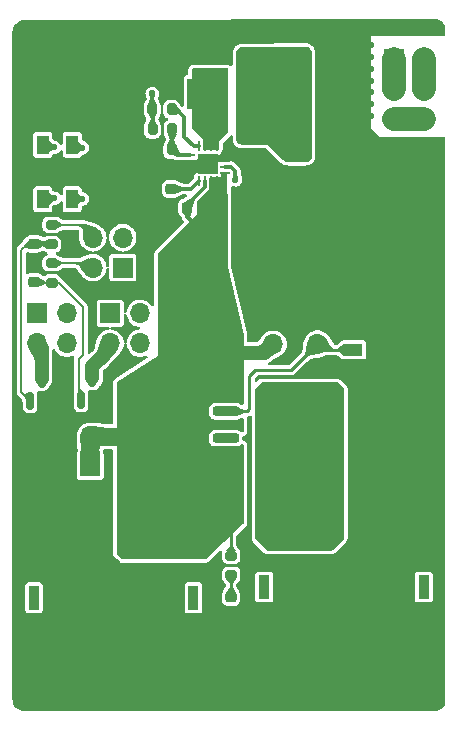
<source format=gbr>
%TF.GenerationSoftware,KiCad,Pcbnew,8.0.1*%
%TF.CreationDate,2024-06-02T10:18:44+08:00*%
%TF.ProjectId,CrazyPowerboard,4372617a-7950-46f7-9765-72626f617264,rev?*%
%TF.SameCoordinates,Original*%
%TF.FileFunction,Copper,L1,Top*%
%TF.FilePolarity,Positive*%
%FSLAX46Y46*%
G04 Gerber Fmt 4.6, Leading zero omitted, Abs format (unit mm)*
G04 Created by KiCad (PCBNEW 8.0.1) date 2024-06-02 10:18:44*
%MOMM*%
%LPD*%
G01*
G04 APERTURE LIST*
G04 Aperture macros list*
%AMRoundRect*
0 Rectangle with rounded corners*
0 $1 Rounding radius*
0 $2 $3 $4 $5 $6 $7 $8 $9 X,Y pos of 4 corners*
0 Add a 4 corners polygon primitive as box body*
4,1,4,$2,$3,$4,$5,$6,$7,$8,$9,$2,$3,0*
0 Add four circle primitives for the rounded corners*
1,1,$1+$1,$2,$3*
1,1,$1+$1,$4,$5*
1,1,$1+$1,$6,$7*
1,1,$1+$1,$8,$9*
0 Add four rect primitives between the rounded corners*
20,1,$1+$1,$2,$3,$4,$5,0*
20,1,$1+$1,$4,$5,$6,$7,0*
20,1,$1+$1,$6,$7,$8,$9,0*
20,1,$1+$1,$8,$9,$2,$3,0*%
G04 Aperture macros list end*
%TA.AperFunction,SMDPad,CuDef*%
%ADD10RoundRect,0.200000X-0.275000X0.200000X-0.275000X-0.200000X0.275000X-0.200000X0.275000X0.200000X0*%
%TD*%
%TA.AperFunction,ComponentPad*%
%ADD11R,0.900000X2.000000*%
%TD*%
%TA.AperFunction,ComponentPad*%
%ADD12RoundRect,1.025000X1.025000X1.025000X-1.025000X1.025000X-1.025000X-1.025000X1.025000X-1.025000X0*%
%TD*%
%TA.AperFunction,ComponentPad*%
%ADD13C,4.100000*%
%TD*%
%TA.AperFunction,SMDPad,CuDef*%
%ADD14R,2.000000X2.500000*%
%TD*%
%TA.AperFunction,SMDPad,CuDef*%
%ADD15RoundRect,0.150000X0.150000X-0.587500X0.150000X0.587500X-0.150000X0.587500X-0.150000X-0.587500X0*%
%TD*%
%TA.AperFunction,SMDPad,CuDef*%
%ADD16RoundRect,0.225000X-0.225000X-0.250000X0.225000X-0.250000X0.225000X0.250000X-0.225000X0.250000X0*%
%TD*%
%TA.AperFunction,ComponentPad*%
%ADD17R,1.700000X1.700000*%
%TD*%
%TA.AperFunction,ComponentPad*%
%ADD18O,1.700000X1.700000*%
%TD*%
%TA.AperFunction,SMDPad,CuDef*%
%ADD19RoundRect,0.250000X0.325000X1.100000X-0.325000X1.100000X-0.325000X-1.100000X0.325000X-1.100000X0*%
%TD*%
%TA.AperFunction,ComponentPad*%
%ADD20C,0.800000*%
%TD*%
%TA.AperFunction,ComponentPad*%
%ADD21C,6.400000*%
%TD*%
%TA.AperFunction,SMDPad,CuDef*%
%ADD22RoundRect,0.218750X0.256250X-0.218750X0.256250X0.218750X-0.256250X0.218750X-0.256250X-0.218750X0*%
%TD*%
%TA.AperFunction,SMDPad,CuDef*%
%ADD23R,1.000000X1.600000*%
%TD*%
%TA.AperFunction,SMDPad,CuDef*%
%ADD24RoundRect,0.200000X-0.200000X-0.275000X0.200000X-0.275000X0.200000X0.275000X-0.200000X0.275000X0*%
%TD*%
%TA.AperFunction,SMDPad,CuDef*%
%ADD25RoundRect,0.250000X-0.475000X0.250000X-0.475000X-0.250000X0.475000X-0.250000X0.475000X0.250000X0*%
%TD*%
%TA.AperFunction,SMDPad,CuDef*%
%ADD26RoundRect,0.200000X0.200000X0.275000X-0.200000X0.275000X-0.200000X-0.275000X0.200000X-0.275000X0*%
%TD*%
%TA.AperFunction,SMDPad,CuDef*%
%ADD27RoundRect,0.062500X-0.062500X0.350000X-0.062500X-0.350000X0.062500X-0.350000X0.062500X0.350000X0*%
%TD*%
%TA.AperFunction,SMDPad,CuDef*%
%ADD28RoundRect,0.062500X-0.350000X0.062500X-0.350000X-0.062500X0.350000X-0.062500X0.350000X0.062500X0*%
%TD*%
%TA.AperFunction,HeatsinkPad*%
%ADD29R,1.680000X1.680000*%
%TD*%
%TA.AperFunction,SMDPad,CuDef*%
%ADD30RoundRect,0.200000X-0.900000X-0.200000X0.900000X-0.200000X0.900000X0.200000X-0.900000X0.200000X0*%
%TD*%
%TA.AperFunction,SMDPad,CuDef*%
%ADD31RoundRect,0.250000X-1.275000X-1.125000X1.275000X-1.125000X1.275000X1.125000X-1.275000X1.125000X0*%
%TD*%
%TA.AperFunction,SMDPad,CuDef*%
%ADD32RoundRect,0.249997X-2.950003X-2.650003X2.950003X-2.650003X2.950003X2.650003X-2.950003X2.650003X0*%
%TD*%
%TA.AperFunction,SMDPad,CuDef*%
%ADD33RoundRect,0.225000X-0.250000X0.225000X-0.250000X-0.225000X0.250000X-0.225000X0.250000X0.225000X0*%
%TD*%
%TA.AperFunction,SMDPad,CuDef*%
%ADD34R,1.600000X1.000000*%
%TD*%
%TA.AperFunction,ViaPad*%
%ADD35C,0.550000*%
%TD*%
%TA.AperFunction,ViaPad*%
%ADD36C,0.800000*%
%TD*%
%TA.AperFunction,Conductor*%
%ADD37C,0.150000*%
%TD*%
%TA.AperFunction,Conductor*%
%ADD38C,0.250000*%
%TD*%
%TA.AperFunction,Conductor*%
%ADD39C,2.000000*%
%TD*%
%TA.AperFunction,Conductor*%
%ADD40C,1.200000*%
%TD*%
%TA.AperFunction,Conductor*%
%ADD41C,0.500000*%
%TD*%
%TA.AperFunction,Conductor*%
%ADD42C,1.000000*%
%TD*%
%TA.AperFunction,Conductor*%
%ADD43C,0.300000*%
%TD*%
%TA.AperFunction,Conductor*%
%ADD44C,1.500000*%
%TD*%
%TA.AperFunction,Conductor*%
%ADD45C,0.200000*%
%TD*%
G04 APERTURE END LIST*
D10*
%TO.P,R4,1*%
%TO.N,Net-(J9-Pin_2)*%
X85325000Y-50075000D03*
%TO.P,R4,2*%
%TO.N,Net-(C2-Pad2)*%
X85325000Y-51725000D03*
%TD*%
D11*
%TO.P,J1,*%
%TO.N,*%
X116825000Y-77500000D03*
X103325000Y-77500000D03*
D12*
%TO.P,J1,1,Pin_1*%
%TO.N,GND*%
X113675000Y-71500000D03*
D13*
%TO.P,J1,2,Pin_2*%
%TO.N,+12V*%
X106475000Y-71500000D03*
%TD*%
D14*
%TO.P,L1,1,1*%
%TO.N,Net-(L1-Pad1)*%
X97817200Y-35718400D03*
%TO.P,L1,2,2*%
%TO.N,+5V*%
X102817200Y-35718400D03*
%TD*%
D15*
%TO.P,Q1,1*%
%TO.N,Net-(C4-Pad2)*%
X83525000Y-61712500D03*
%TO.P,Q1,2*%
%TO.N,GND*%
X85425000Y-61712500D03*
%TO.P,Q1,3*%
%TO.N,Net-(J13-Pin_3)*%
X84475000Y-59837500D03*
%TD*%
D16*
%TO.P,C7,1*%
%TO.N,GND*%
X95237200Y-45370400D03*
%TO.P,C7,2*%
%TO.N,/POW_12V*%
X96787200Y-45370400D03*
%TD*%
D17*
%TO.P,J3,1,Pin_1*%
%TO.N,+5V*%
X106103200Y-32917400D03*
D18*
%TO.P,J3,2,Pin_2*%
%TO.N,GND*%
X108643200Y-32917400D03*
%TO.P,J3,3,Pin_3*%
%TO.N,+5V*%
X106103200Y-35457400D03*
%TO.P,J3,4,Pin_4*%
%TO.N,GND*%
X108643200Y-35457400D03*
%TO.P,J3,5,Pin_5*%
%TO.N,+5V*%
X106103200Y-37997400D03*
%TO.P,J3,6,Pin_6*%
%TO.N,GND*%
X108643200Y-37997400D03*
%TO.P,J3,7,Pin_7*%
%TO.N,+5V*%
X106103200Y-40537400D03*
%TO.P,J3,8,Pin_8*%
%TO.N,GND*%
X108643200Y-40537400D03*
%TD*%
D17*
%TO.P,J9,1,Pin_1*%
%TO.N,Net-(J9-Pin_1)*%
X91350000Y-50440000D03*
D18*
%TO.P,J9,2,Pin_2*%
%TO.N,Net-(J9-Pin_2)*%
X88810000Y-50440000D03*
%TO.P,J9,3,Pin_3*%
%TO.N,Net-(J9-Pin_3)*%
X91350000Y-47900000D03*
%TO.P,J9,4,Pin_4*%
%TO.N,Net-(J9-Pin_4)*%
X88810000Y-47900000D03*
%TD*%
D19*
%TO.P,C1,1*%
%TO.N,GND*%
X102160800Y-45446600D03*
%TO.P,C1,2*%
%TO.N,/POW_12V*%
X99210800Y-45446600D03*
%TD*%
D20*
%TO.P,H1,1,1*%
%TO.N,GND*%
X84200000Y-32952944D03*
X84902944Y-31255888D03*
X84902944Y-34650000D03*
X86600000Y-30552944D03*
D21*
X86600000Y-32952944D03*
D20*
X86600000Y-35352944D03*
X88297056Y-31255888D03*
X88297056Y-34650000D03*
X89000000Y-32952944D03*
%TD*%
D22*
%TO.P,D1,1,K*%
%TO.N,GND*%
X100512500Y-79937500D03*
%TO.P,D1,2,A*%
%TO.N,Net-(D1-A)*%
X100512500Y-78362500D03*
%TD*%
D20*
%TO.P,H2,1,1*%
%TO.N,GND*%
X112227944Y-64347056D03*
X112930888Y-62650000D03*
X112930888Y-66044112D03*
X114627944Y-61947056D03*
D21*
X114627944Y-64347056D03*
D20*
X114627944Y-66747056D03*
X116325000Y-62650000D03*
X116325000Y-66044112D03*
X117027944Y-64347056D03*
%TD*%
D23*
%TO.P,S2,1*%
%TO.N,/POW_12V*%
X84575000Y-40050000D03*
%TO.P,S2,2*%
%TO.N,Net-(J9-Pin_1)*%
X87075000Y-40050000D03*
%TO.P,S2,3*%
%TO.N,GND*%
X89575000Y-40050000D03*
%TO.P,S2,5*%
X84575000Y-37650000D03*
%TO.P,S2,6*%
X87075000Y-37650000D03*
%TO.P,S2,7*%
X89575000Y-37650000D03*
%TD*%
D24*
%TO.P,R3,1*%
%TO.N,+5V*%
X93841000Y-37039200D03*
%TO.P,R3,2*%
%TO.N,Net-(U2-PG)*%
X95491000Y-37039200D03*
%TD*%
D25*
%TO.P,C3,1*%
%TO.N,+5V*%
X101955800Y-39391200D03*
%TO.P,C3,2*%
%TO.N,GND*%
X101955800Y-41291200D03*
%TD*%
D26*
%TO.P,R2,1*%
%TO.N,Net-(U2-FB)*%
X95491000Y-40442800D03*
%TO.P,R2,2*%
%TO.N,GND*%
X93841000Y-40442800D03*
%TD*%
D27*
%TO.P,U2,1,SW*%
%TO.N,Net-(L1-Pad1)*%
X99287500Y-40187500D03*
%TO.P,U2,2,SW*%
X98787500Y-40187500D03*
%TO.P,U2,3,SW*%
X98287500Y-40187500D03*
%TO.P,U2,4,PG*%
%TO.N,Net-(U2-PG)*%
X97787500Y-40187500D03*
D28*
%TO.P,U2,5,FB*%
%TO.N,Net-(U2-FB)*%
X97075000Y-40900000D03*
%TO.P,U2,6,AGND*%
%TO.N,GND*%
X97075000Y-41400000D03*
%TO.P,U2,7,FSW*%
X97075000Y-41900000D03*
%TO.P,U2,8,DEF*%
X97075000Y-42400000D03*
D27*
%TO.P,U2,9,SS/TR*%
%TO.N,Net-(U2-SS{slash}TR)*%
X97787500Y-43112500D03*
%TO.P,U2,10,AVIN*%
%TO.N,/POW_12V*%
X98287500Y-43112500D03*
%TO.P,U2,11,PVIN*%
X98787500Y-43112500D03*
%TO.P,U2,12,PVIN*%
X99287500Y-43112500D03*
D28*
%TO.P,U2,13,EN*%
X100000000Y-42400000D03*
%TO.P,U2,14,VOS*%
%TO.N,+5V*%
X100000000Y-41900000D03*
%TO.P,U2,15,PGND*%
%TO.N,GND*%
X100000000Y-41400000D03*
%TO.P,U2,16,PGND*%
X100000000Y-40900000D03*
D29*
%TO.P,U2,17,PGND*%
X98537500Y-41650000D03*
%TD*%
D30*
%TO.P,U1,1,OUT*%
%TO.N,/POW_12V*%
X100075000Y-61470000D03*
%TO.P,U1,2,IN*%
%TO.N,Net-(J6-Pin_2)*%
X100075000Y-62610000D03*
D31*
%TO.P,U1,3,Vbb*%
%TO.N,+12V*%
X104700000Y-62225000D03*
X104700000Y-65275000D03*
D32*
X106375000Y-63750000D03*
D31*
X108050000Y-62225000D03*
X108050000Y-65275000D03*
D30*
%TO.P,U1,4,IS*%
%TO.N,unconnected-(U1-IS-Pad4)*%
X100075000Y-64890000D03*
%TO.P,U1,5,OUT*%
%TO.N,/POW_12V*%
X100075000Y-66030000D03*
%TD*%
D17*
%TO.P,J13,1,Pin_1*%
%TO.N,/POW_12V*%
X84075000Y-54315000D03*
D18*
%TO.P,J13,2,Pin_2*%
X86615000Y-54315000D03*
%TO.P,J13,3,Pin_3*%
%TO.N,Net-(J13-Pin_3)*%
X84075000Y-56855000D03*
%TO.P,J13,4,Pin_4*%
X86615000Y-56855000D03*
%TD*%
D17*
%TO.P,J5,1,Pin_1*%
%TO.N,GND*%
X104075000Y-54385000D03*
D18*
%TO.P,J5,2,Pin_2*%
%TO.N,/POW_12V*%
X104075000Y-56925000D03*
%TD*%
D17*
%TO.P,J7,1,Pin_1*%
%TO.N,/POW_12V*%
X88600000Y-67275000D03*
D18*
%TO.P,J7,2,Pin_2*%
%TO.N,GND*%
X86060000Y-67275000D03*
%TO.P,J7,3,Pin_3*%
%TO.N,/POW_12V*%
X88600000Y-64735000D03*
%TO.P,J7,4,Pin_4*%
%TO.N,GND*%
X86060000Y-64735000D03*
%TD*%
D11*
%TO.P,J4,*%
%TO.N,*%
X97325000Y-78400000D03*
X83825000Y-78400000D03*
D12*
%TO.P,J4,1,Pin_1*%
%TO.N,GND*%
X86975000Y-72400000D03*
D13*
%TO.P,J4,2,Pin_2*%
%TO.N,/POW_12V*%
X94175000Y-72400000D03*
%TD*%
D24*
%TO.P,R1,1*%
%TO.N,+5V*%
X93866400Y-38741000D03*
%TO.P,R1,2*%
%TO.N,Net-(U2-FB)*%
X95516400Y-38741000D03*
%TD*%
D33*
%TO.P,C5,1*%
%TO.N,GND*%
X95453400Y-42233200D03*
%TO.P,C5,2*%
%TO.N,Net-(U2-SS{slash}TR)*%
X95453400Y-43783200D03*
%TD*%
%TO.P,C2,1*%
%TO.N,GND*%
X83825000Y-50125000D03*
%TO.P,C2,2*%
%TO.N,Net-(C2-Pad2)*%
X83825000Y-51675000D03*
%TD*%
D10*
%TO.P,R5,1*%
%TO.N,Net-(J9-Pin_4)*%
X85325000Y-46825000D03*
%TO.P,R5,2*%
%TO.N,Net-(C4-Pad2)*%
X85325000Y-48475000D03*
%TD*%
D17*
%TO.P,J2,1,Pin_1*%
%TO.N,Net-(J2-Pin_1)*%
X114325000Y-32820000D03*
D18*
%TO.P,J2,2,Pin_2*%
%TO.N,Net-(J2-Pin_2)*%
X116865000Y-32820000D03*
%TO.P,J2,3,Pin_3*%
%TO.N,Net-(J2-Pin_1)*%
X114325000Y-35360000D03*
%TO.P,J2,4,Pin_4*%
%TO.N,Net-(J2-Pin_2)*%
X116865000Y-35360000D03*
%TO.P,J2,5,Pin_5*%
%TO.N,/ESC_Vbb*%
X114325000Y-37900000D03*
%TO.P,J2,6,Pin_6*%
X116865000Y-37900000D03*
%TO.P,J2,7,Pin_7*%
%TO.N,GND*%
X114325000Y-40440000D03*
%TO.P,J2,8,Pin_8*%
X116865000Y-40440000D03*
%TD*%
D34*
%TO.P,S1,1*%
%TO.N,GND*%
X110875000Y-52410000D03*
%TO.P,S1,2*%
X110875000Y-54910000D03*
%TO.P,S1,3*%
%TO.N,Net-(J6-Pin_2)*%
X110875000Y-57410000D03*
%TO.P,S1,5*%
%TO.N,GND*%
X113275000Y-52410000D03*
%TO.P,S1,6*%
X113275000Y-54910000D03*
%TO.P,S1,7*%
X113275000Y-57410000D03*
%TD*%
D23*
%TO.P,S3,1*%
%TO.N,/POW_12V*%
X84575000Y-44650000D03*
%TO.P,S3,2*%
%TO.N,Net-(J9-Pin_3)*%
X87075000Y-44650000D03*
%TO.P,S3,3*%
%TO.N,GND*%
X89575000Y-44650000D03*
%TO.P,S3,5*%
X84575000Y-42250000D03*
%TO.P,S3,6*%
X87075000Y-42250000D03*
%TO.P,S3,7*%
X89575000Y-42250000D03*
%TD*%
D17*
%TO.P,J6,1,Pin_1*%
%TO.N,GND*%
X107825000Y-54360000D03*
D18*
%TO.P,J6,2,Pin_2*%
%TO.N,Net-(J6-Pin_2)*%
X107825000Y-56900000D03*
%TD*%
D33*
%TO.P,C4,1*%
%TO.N,GND*%
X83825000Y-46875000D03*
%TO.P,C4,2*%
%TO.N,Net-(C4-Pad2)*%
X83825000Y-48425000D03*
%TD*%
D17*
%TO.P,J12,1,Pin_1*%
%TO.N,/POW_12V*%
X90285000Y-54315000D03*
D18*
%TO.P,J12,2,Pin_2*%
X92825000Y-54315000D03*
%TO.P,J12,3,Pin_3*%
%TO.N,Net-(J12-Pin_3)*%
X90285000Y-56855000D03*
%TO.P,J12,4,Pin_4*%
X92825000Y-56855000D03*
%TD*%
D10*
%TO.P,R10,1*%
%TO.N,/POW_12V*%
X100512500Y-74825000D03*
%TO.P,R10,2*%
%TO.N,Net-(D1-A)*%
X100512500Y-76475000D03*
%TD*%
D15*
%TO.P,Q2,1*%
%TO.N,Net-(C2-Pad2)*%
X87825000Y-61650000D03*
%TO.P,Q2,2*%
%TO.N,GND*%
X89725000Y-61650000D03*
%TO.P,Q2,3*%
%TO.N,Net-(J12-Pin_3)*%
X88775000Y-59775000D03*
%TD*%
D35*
%TO.N,GND*%
X112350000Y-37610000D03*
X102075000Y-44606750D03*
X102075000Y-47000000D03*
X87525000Y-51900000D03*
D36*
X107575000Y-77900000D03*
X88825000Y-76650000D03*
D35*
X98553200Y-41597400D03*
X93575000Y-51850000D03*
D36*
X109575000Y-77900000D03*
D35*
X88500000Y-46075000D03*
X99053200Y-41197400D03*
X94753200Y-46547400D03*
X86675000Y-49150000D03*
D36*
X111825000Y-83550000D03*
X90825000Y-78650000D03*
D35*
X86825000Y-50900000D03*
D36*
X90825000Y-76650000D03*
D35*
X112335000Y-35580000D03*
D36*
X111575000Y-75900000D03*
X83075000Y-46900000D03*
D35*
X98053200Y-42097400D03*
D36*
X83075000Y-42150000D03*
D35*
X112350000Y-31610000D03*
X89725000Y-51900000D03*
D36*
X113575000Y-77900000D03*
D35*
X84325000Y-49650000D03*
D36*
X86925000Y-83000000D03*
X107825000Y-83550000D03*
X86825000Y-76650000D03*
D35*
X102075000Y-45400000D03*
D36*
X113575000Y-75900000D03*
X92825000Y-76650000D03*
D35*
X102075000Y-47800000D03*
D36*
X113825000Y-83550000D03*
X88925000Y-83000000D03*
X111575000Y-77900000D03*
D35*
X83375000Y-49650000D03*
X91025000Y-38400000D03*
D36*
X82775000Y-63600000D03*
D35*
X112350000Y-36610000D03*
X86625000Y-60500000D03*
X112350000Y-34610000D03*
X91025000Y-39450000D03*
X90025000Y-60650000D03*
X90825000Y-44850000D03*
D36*
X90925000Y-83000000D03*
X86825000Y-78650000D03*
X107575000Y-75900000D03*
D35*
X87075000Y-42250000D03*
X112350000Y-33610000D03*
X87575000Y-49150000D03*
X112350000Y-32610000D03*
D36*
X109825000Y-83550000D03*
D35*
X102075000Y-46200000D03*
X88725000Y-56000000D03*
X86625000Y-59500000D03*
X86625000Y-61600000D03*
D36*
X83025000Y-37800000D03*
D35*
X98053200Y-41197400D03*
X99053200Y-42097400D03*
X95453200Y-46547400D03*
X93525000Y-49300000D03*
D36*
X109575000Y-75900000D03*
X83075000Y-45150000D03*
X92825000Y-78650000D03*
X92925000Y-83000000D03*
X88825000Y-78650000D03*
%TO.N,/POW_12V*%
X97825000Y-62640000D03*
X101075000Y-57650000D03*
D35*
X85550002Y-44575000D03*
D36*
X97825000Y-67640000D03*
X100325000Y-55400000D03*
X99575000Y-67640000D03*
D35*
X85550002Y-40275000D03*
D36*
X94825000Y-53150000D03*
X91725000Y-64750000D03*
X101075000Y-67640000D03*
X97825000Y-64390000D03*
X98500000Y-59500000D03*
X97825000Y-60890000D03*
X99675000Y-53400000D03*
X101075000Y-59640000D03*
X97825000Y-66140000D03*
X100575000Y-72150000D03*
X91725000Y-67500000D03*
%TO.N,+12V*%
X104575000Y-66640000D03*
X108075000Y-64890000D03*
X104575000Y-60850000D03*
X108075000Y-62390000D03*
X104575000Y-62390000D03*
X104575000Y-64890000D03*
X108050000Y-66650000D03*
X108050000Y-60850000D03*
D35*
%TO.N,+5V*%
X93841000Y-35705200D03*
X104233200Y-39067400D03*
X100889000Y-43008200D03*
%TO.N,Net-(J9-Pin_3)*%
X87925000Y-44625000D03*
%TO.N,Net-(J9-Pin_1)*%
X87925000Y-40300000D03*
%TD*%
D37*
%TO.N,GND*%
X83825000Y-50100000D02*
X83375000Y-49650000D01*
D38*
X89575000Y-40050000D02*
X89725000Y-40050000D01*
D39*
X114325000Y-40440000D02*
X116865000Y-40440000D01*
D37*
X83850000Y-50125000D02*
X84325000Y-49650000D01*
D38*
X101887500Y-42854700D02*
X101887500Y-45112100D01*
X84187500Y-46900000D02*
X84187500Y-46787500D01*
D37*
X83825000Y-50125000D02*
X83850000Y-50125000D01*
X83825000Y-50125000D02*
X83825000Y-50100000D01*
D38*
%TO.N,Net-(D1-A)*%
X100512500Y-76475000D02*
X100512500Y-78362500D01*
D40*
%TO.N,/POW_12V*%
X103350000Y-57650000D02*
X104075000Y-56925000D01*
D41*
X103800000Y-56925000D02*
X104075000Y-56925000D01*
D42*
X88625000Y-67250000D02*
X88600000Y-67275000D01*
D38*
X85550002Y-44575000D02*
X84650000Y-44575000D01*
X84800000Y-40275000D02*
X84575000Y-40050000D01*
X85550002Y-40275000D02*
X84800000Y-40275000D01*
D43*
X96787200Y-46131400D02*
X96787200Y-45370400D01*
D40*
X88825000Y-67500000D02*
X88600000Y-67275000D01*
D43*
X97453200Y-46797400D02*
X96787200Y-46131400D01*
X96787200Y-45163400D02*
X96787200Y-45370400D01*
D44*
X88615000Y-64750000D02*
X88600000Y-64735000D01*
D43*
X98287500Y-43663100D02*
X96787200Y-45163400D01*
D38*
X98787500Y-43112500D02*
X98787500Y-45023300D01*
X84650000Y-44575000D02*
X84575000Y-44650000D01*
X99287500Y-45369900D02*
X99210800Y-45446600D01*
D40*
X101075000Y-57650000D02*
X103350000Y-57650000D01*
D38*
X98787500Y-45023300D02*
X99210800Y-45446600D01*
X100575000Y-72150000D02*
X100512500Y-72212500D01*
D44*
X88600000Y-64735000D02*
X88600000Y-67275000D01*
X91725000Y-64750000D02*
X88615000Y-64750000D01*
D43*
X98287500Y-43112500D02*
X98287500Y-43663100D01*
D38*
X100512500Y-72212500D02*
X100512500Y-74825000D01*
X96787200Y-45075040D02*
X96787200Y-45370400D01*
D37*
X84575000Y-40050000D02*
X84275000Y-40350000D01*
D38*
%TO.N,Net-(J6-Pin_2)*%
X101855000Y-62610000D02*
X102075000Y-62390000D01*
X107825000Y-56900000D02*
X108325000Y-57400000D01*
X105575000Y-59150000D02*
X107825000Y-56900000D01*
X102075000Y-62390000D02*
X102075000Y-59650000D01*
X100075000Y-62610000D02*
X101855000Y-62610000D01*
X102575000Y-59150000D02*
X105575000Y-59150000D01*
X108325000Y-57400000D02*
X109075000Y-57400000D01*
X109085000Y-57410000D02*
X110875000Y-57410000D01*
X109075000Y-57400000D02*
X109085000Y-57410000D01*
X102075000Y-59650000D02*
X102575000Y-59150000D01*
D43*
%TO.N,+5V*%
X93866400Y-38741000D02*
X93866400Y-37064600D01*
X100889000Y-42291404D02*
X100889000Y-43008200D01*
X93866400Y-37064600D02*
X93841000Y-37039200D01*
X100497596Y-41900000D02*
X100889000Y-42291404D01*
X100000000Y-41900000D02*
X100497596Y-41900000D01*
X93841000Y-35705200D02*
X93841000Y-37039200D01*
%TO.N,Net-(U2-SS{slash}TR)*%
X97787500Y-43112500D02*
X97116800Y-43783200D01*
X97116800Y-43783200D02*
X95453400Y-43783200D01*
D38*
X95467600Y-43797400D02*
X95453400Y-43783200D01*
D43*
%TO.N,Net-(U2-FB)*%
X95491000Y-40442800D02*
X95491000Y-38766400D01*
X97075000Y-40900000D02*
X95948200Y-40900000D01*
X95948200Y-40900000D02*
X95491000Y-40442800D01*
X95516400Y-40417400D02*
X95491000Y-40442800D01*
X95491000Y-38766400D02*
X95516400Y-38741000D01*
%TO.N,Net-(U2-PG)*%
X96553200Y-37697400D02*
X95895000Y-37039200D01*
X97343300Y-40187500D02*
X96553200Y-39397400D01*
X96553200Y-39397400D02*
X96553200Y-37697400D01*
X95895000Y-37039200D02*
X95491000Y-37039200D01*
X97787500Y-40187500D02*
X97343300Y-40187500D01*
D39*
%TO.N,/ESC_Vbb*%
X116865000Y-37900000D02*
X114325000Y-37900000D01*
%TO.N,Net-(J2-Pin_1)*%
X114325000Y-35360000D02*
X114325000Y-32820000D01*
%TO.N,Net-(J2-Pin_2)*%
X116865000Y-35360000D02*
X116865000Y-32820000D01*
D45*
%TO.N,Net-(C2-Pad2)*%
X85943750Y-51725000D02*
X87975000Y-53756250D01*
D37*
X87625000Y-61450000D02*
X87825000Y-61650000D01*
D45*
X87975000Y-57850000D02*
X87625000Y-58200000D01*
X87975000Y-53756250D02*
X87975000Y-57850000D01*
D37*
X85937500Y-51725000D02*
X85987500Y-51725000D01*
X84237500Y-51725000D02*
X84187500Y-51675000D01*
X85937500Y-51725000D02*
X85943750Y-51725000D01*
D45*
X87625000Y-58200000D02*
X87625000Y-61450000D01*
X85937500Y-51725000D02*
X84237500Y-51725000D01*
%TO.N,Net-(C4-Pad2)*%
X82750000Y-60937500D02*
X83525000Y-61712500D01*
X82750000Y-48975000D02*
X82750000Y-60937500D01*
X83825000Y-48425000D02*
X83300000Y-48425000D01*
X83825000Y-48425000D02*
X85275000Y-48425000D01*
X85275000Y-48425000D02*
X85325000Y-48475000D01*
X83300000Y-48425000D02*
X82750000Y-48975000D01*
D40*
%TO.N,Net-(J12-Pin_3)*%
X90170000Y-56855000D02*
X90285000Y-56855000D01*
X90285000Y-57302437D02*
X90285000Y-56855000D01*
X88775000Y-58812437D02*
X90285000Y-57302437D01*
X88775000Y-59775000D02*
X88775000Y-58812437D01*
%TO.N,Net-(J13-Pin_3)*%
X84475000Y-57255000D02*
X84075000Y-56855000D01*
X84475000Y-59837500D02*
X84475000Y-57255000D01*
D37*
%TO.N,Net-(J9-Pin_2)*%
X89035000Y-50440000D02*
X88745000Y-50150000D01*
D45*
X88445000Y-50075000D02*
X88810000Y-50440000D01*
X85325000Y-50075000D02*
X88445000Y-50075000D01*
%TO.N,Net-(J9-Pin_4)*%
X87735000Y-46825000D02*
X88810000Y-47900000D01*
D37*
X89035000Y-47900000D02*
X88810000Y-47900000D01*
X85500000Y-46650000D02*
X85325000Y-46825000D01*
D45*
X85325000Y-46825000D02*
X87735000Y-46825000D01*
D38*
%TO.N,Net-(J9-Pin_3)*%
X87925000Y-44625000D02*
X87100000Y-44625000D01*
X91350000Y-47900000D02*
X91575000Y-47900000D01*
X87100000Y-44625000D02*
X87075000Y-44650000D01*
%TO.N,Net-(J9-Pin_1)*%
X86725000Y-40400000D02*
X87075000Y-40050000D01*
X87325000Y-40300000D02*
X87075000Y-40050000D01*
X87925000Y-40300000D02*
X87325000Y-40300000D01*
%TD*%
%TA.AperFunction,Conductor*%
%TO.N,+5V*%
G36*
X106858624Y-31751093D02*
G01*
X106964222Y-31764473D01*
X106995629Y-31772740D01*
X107086509Y-31809960D01*
X107114689Y-31826098D01*
X107192786Y-31885640D01*
X107215810Y-31908541D01*
X107275769Y-31986324D01*
X107292058Y-32014423D01*
X107329759Y-32105100D01*
X107338193Y-32136465D01*
X107352132Y-32241978D01*
X107353200Y-32258218D01*
X107353200Y-40989274D01*
X107352139Y-41005460D01*
X107338293Y-41110624D01*
X107329915Y-41141891D01*
X107292459Y-41232318D01*
X107276274Y-41260351D01*
X107216691Y-41338001D01*
X107193801Y-41360891D01*
X107116151Y-41420474D01*
X107088118Y-41436659D01*
X106997691Y-41474115D01*
X106966424Y-41482493D01*
X106872598Y-41494846D01*
X106861258Y-41496339D01*
X106845074Y-41497400D01*
X105314449Y-41497400D01*
X105298533Y-41496374D01*
X105288855Y-41495121D01*
X105195086Y-41482985D01*
X105164307Y-41474883D01*
X105148718Y-41468546D01*
X105075132Y-41438632D01*
X105047433Y-41422962D01*
X104963985Y-41360373D01*
X104951869Y-41350004D01*
X103748806Y-40178220D01*
X103748802Y-40178216D01*
X103748801Y-40178215D01*
X103603200Y-40036400D01*
X103399952Y-40036400D01*
X101460326Y-40036400D01*
X101444141Y-40035339D01*
X101431117Y-40033624D01*
X101338975Y-40021493D01*
X101307708Y-40013115D01*
X101217281Y-39975659D01*
X101189248Y-39959474D01*
X101111598Y-39899891D01*
X101088708Y-39877001D01*
X101029125Y-39799351D01*
X101012940Y-39771318D01*
X100975484Y-39680891D01*
X100967106Y-39649623D01*
X100953261Y-39544459D01*
X100952200Y-39528274D01*
X100952200Y-32286848D01*
X100953254Y-32270718D01*
X100957025Y-32241978D01*
X100967007Y-32165896D01*
X100975326Y-32134736D01*
X101012541Y-32044550D01*
X101028613Y-32016597D01*
X101087838Y-31939060D01*
X101110584Y-31916195D01*
X101187796Y-31856566D01*
X101215663Y-31840344D01*
X101305654Y-31802648D01*
X101336765Y-31794164D01*
X101441532Y-31779852D01*
X101457631Y-31778715D01*
X105723322Y-31756056D01*
X106015357Y-31754505D01*
X106842387Y-31750113D01*
X106858624Y-31751093D01*
G37*
%TD.AperFunction*%
%TD*%
%TA.AperFunction,Conductor*%
%TO.N,Net-(L1-Pad1)*%
G36*
X100234839Y-33579085D02*
G01*
X100280594Y-33631889D01*
X100291800Y-33683400D01*
X100291800Y-38920492D01*
X100272115Y-38987531D01*
X100258177Y-39005392D01*
X99504400Y-39807799D01*
X99504400Y-40344200D01*
X99484715Y-40411239D01*
X99431911Y-40456994D01*
X99380400Y-40468200D01*
X98236999Y-40468200D01*
X98169960Y-40448515D01*
X98124205Y-40395711D01*
X98112999Y-40344200D01*
X98112999Y-40343272D01*
X98117223Y-40311184D01*
X98138000Y-40233644D01*
X98138000Y-40141356D01*
X98117224Y-40063818D01*
X98112999Y-40031725D01*
X98112999Y-39811600D01*
X98112998Y-39811597D01*
X98109782Y-39795423D01*
X98107400Y-39771236D01*
X98107400Y-39528400D01*
X98107399Y-39528399D01*
X97228126Y-38624701D01*
X97195484Y-38562925D01*
X97193000Y-38538229D01*
X97193000Y-33683400D01*
X97212685Y-33616361D01*
X97265489Y-33570606D01*
X97317000Y-33559400D01*
X100167800Y-33559400D01*
X100234839Y-33579085D01*
G37*
%TD.AperFunction*%
%TD*%
%TA.AperFunction,Conductor*%
%TO.N,/POW_12V*%
G36*
X100119425Y-42419685D02*
G01*
X100165180Y-42472489D01*
X100176377Y-42522605D01*
X100214326Y-45899998D01*
X100224992Y-46849288D01*
X100225000Y-46850681D01*
X100225000Y-50400001D01*
X101571717Y-56136016D01*
X101575000Y-56164358D01*
X101575000Y-61650000D01*
X90825000Y-61650000D01*
X90825000Y-60217697D01*
X90844685Y-60150658D01*
X90881943Y-60113393D01*
X94325000Y-57900000D01*
X94325000Y-49300817D01*
X94344685Y-49233778D01*
X94360659Y-49213800D01*
X97625000Y-45900000D01*
X97625000Y-44899599D01*
X97644685Y-44832560D01*
X97659204Y-44814085D01*
X98625000Y-43800000D01*
X98625000Y-42924000D01*
X98644685Y-42856961D01*
X98697489Y-42811206D01*
X98749000Y-42800000D01*
X99696406Y-42800000D01*
X99696406Y-42524000D01*
X99716091Y-42456961D01*
X99768895Y-42411206D01*
X99820406Y-42400000D01*
X100052386Y-42400000D01*
X100119425Y-42419685D01*
G37*
%TD.AperFunction*%
%TD*%
%TA.AperFunction,Conductor*%
%TO.N,GND*%
G36*
X117745505Y-29403310D02*
G01*
X117922727Y-29420307D01*
X117946615Y-29424999D01*
X118111214Y-29474528D01*
X118133725Y-29483797D01*
X118285477Y-29564537D01*
X118305743Y-29578028D01*
X118438789Y-29686863D01*
X118456030Y-29704055D01*
X118565244Y-29836789D01*
X118578794Y-29857018D01*
X118634803Y-29961565D01*
X118649500Y-30020122D01*
X118649500Y-30746000D01*
X118629815Y-30813039D01*
X118577011Y-30858794D01*
X118525500Y-30870000D01*
X112350000Y-30870000D01*
X112350000Y-38610000D01*
X113100000Y-39360000D01*
X118525500Y-39360000D01*
X118592539Y-39379685D01*
X118638294Y-39432489D01*
X118649500Y-39484000D01*
X118649500Y-87396974D01*
X118634863Y-87455417D01*
X118587134Y-87544731D01*
X118573630Y-87564946D01*
X118464768Y-87697615D01*
X118447579Y-87714806D01*
X118314918Y-87823691D01*
X118294707Y-87837197D01*
X118143351Y-87918108D01*
X118120890Y-87927413D01*
X117956658Y-87977236D01*
X117932815Y-87981979D01*
X117755925Y-87999403D01*
X117743770Y-88000000D01*
X83006093Y-88000000D01*
X82993939Y-87999403D01*
X82817065Y-87981982D01*
X82793224Y-87977240D01*
X82629001Y-87927424D01*
X82606543Y-87918121D01*
X82455201Y-87837227D01*
X82434989Y-87823722D01*
X82302333Y-87714854D01*
X82285145Y-87697666D01*
X82176277Y-87565010D01*
X82162772Y-87544798D01*
X82114997Y-87455417D01*
X82081877Y-87393453D01*
X82072575Y-87370998D01*
X82022757Y-87206769D01*
X82018018Y-87182941D01*
X82000597Y-87006061D01*
X82000000Y-86993907D01*
X82000000Y-79444856D01*
X83074500Y-79444856D01*
X83074502Y-79444882D01*
X83077413Y-79469987D01*
X83077415Y-79469991D01*
X83122793Y-79572764D01*
X83122794Y-79572765D01*
X83202235Y-79652206D01*
X83305009Y-79697585D01*
X83330135Y-79700500D01*
X84319864Y-79700499D01*
X84319879Y-79700497D01*
X84319882Y-79700497D01*
X84344987Y-79697586D01*
X84344988Y-79697585D01*
X84344991Y-79697585D01*
X84447765Y-79652206D01*
X84527206Y-79572765D01*
X84572585Y-79469991D01*
X84575500Y-79444865D01*
X84575500Y-79444856D01*
X96574500Y-79444856D01*
X96574502Y-79444882D01*
X96577413Y-79469987D01*
X96577415Y-79469991D01*
X96622793Y-79572764D01*
X96622794Y-79572765D01*
X96702235Y-79652206D01*
X96805009Y-79697585D01*
X96830135Y-79700500D01*
X97819864Y-79700499D01*
X97819879Y-79700497D01*
X97819882Y-79700497D01*
X97844987Y-79697586D01*
X97844988Y-79697585D01*
X97844991Y-79697585D01*
X97947765Y-79652206D01*
X98027206Y-79572765D01*
X98072585Y-79469991D01*
X98075500Y-79444865D01*
X98075500Y-78621902D01*
X99737000Y-78621902D01*
X99747020Y-78705343D01*
X99747020Y-78705344D01*
X99747021Y-78705346D01*
X99784544Y-78800499D01*
X99799386Y-78838134D01*
X99885632Y-78951867D01*
X99999365Y-79038113D01*
X99999368Y-79038115D01*
X100132154Y-79090479D01*
X100215598Y-79100500D01*
X100809402Y-79100500D01*
X100892846Y-79090479D01*
X101025632Y-79038115D01*
X101139367Y-78951867D01*
X101225615Y-78838132D01*
X101277979Y-78705346D01*
X101288000Y-78621902D01*
X101288000Y-78544856D01*
X102574500Y-78544856D01*
X102574502Y-78544882D01*
X102577413Y-78569987D01*
X102577415Y-78569991D01*
X102622793Y-78672764D01*
X102622794Y-78672765D01*
X102702235Y-78752206D01*
X102805009Y-78797585D01*
X102830135Y-78800500D01*
X103819864Y-78800499D01*
X103819879Y-78800497D01*
X103819882Y-78800497D01*
X103844987Y-78797586D01*
X103844988Y-78797585D01*
X103844991Y-78797585D01*
X103947765Y-78752206D01*
X104027206Y-78672765D01*
X104072585Y-78569991D01*
X104075500Y-78544865D01*
X104075500Y-78544856D01*
X116074500Y-78544856D01*
X116074502Y-78544882D01*
X116077413Y-78569987D01*
X116077415Y-78569991D01*
X116122793Y-78672764D01*
X116122794Y-78672765D01*
X116202235Y-78752206D01*
X116305009Y-78797585D01*
X116330135Y-78800500D01*
X117319864Y-78800499D01*
X117319879Y-78800497D01*
X117319882Y-78800497D01*
X117344987Y-78797586D01*
X117344988Y-78797585D01*
X117344991Y-78797585D01*
X117447765Y-78752206D01*
X117527206Y-78672765D01*
X117572585Y-78569991D01*
X117575500Y-78544865D01*
X117575499Y-76455136D01*
X117575497Y-76455117D01*
X117572586Y-76430012D01*
X117572585Y-76430010D01*
X117572585Y-76430009D01*
X117527206Y-76327235D01*
X117447765Y-76247794D01*
X117400977Y-76227135D01*
X117344992Y-76202415D01*
X117319865Y-76199500D01*
X116330143Y-76199500D01*
X116330117Y-76199502D01*
X116305012Y-76202413D01*
X116305008Y-76202415D01*
X116202235Y-76247793D01*
X116122794Y-76327234D01*
X116077415Y-76430006D01*
X116077415Y-76430008D01*
X116074500Y-76455131D01*
X116074500Y-78544856D01*
X104075500Y-78544856D01*
X104075499Y-76455136D01*
X104075497Y-76455117D01*
X104072586Y-76430012D01*
X104072585Y-76430010D01*
X104072585Y-76430009D01*
X104027206Y-76327235D01*
X103947765Y-76247794D01*
X103900977Y-76227135D01*
X103844992Y-76202415D01*
X103819865Y-76199500D01*
X102830143Y-76199500D01*
X102830117Y-76199502D01*
X102805012Y-76202413D01*
X102805008Y-76202415D01*
X102702235Y-76247793D01*
X102622794Y-76327234D01*
X102577415Y-76430006D01*
X102577415Y-76430008D01*
X102574500Y-76455131D01*
X102574500Y-78544856D01*
X101288000Y-78544856D01*
X101288000Y-78103098D01*
X101277979Y-78019654D01*
X101225615Y-77886868D01*
X101225614Y-77886867D01*
X101225614Y-77886866D01*
X101210127Y-77866444D01*
X101201539Y-77853512D01*
X100966742Y-77446778D01*
X100950274Y-77378877D01*
X100968480Y-77319874D01*
X101141855Y-77037675D01*
X101148234Y-77028288D01*
X101231293Y-76917335D01*
X101231292Y-76917335D01*
X101231296Y-76917331D01*
X101281591Y-76782483D01*
X101288000Y-76722873D01*
X101287999Y-76227128D01*
X101281591Y-76167517D01*
X101231296Y-76032669D01*
X101231295Y-76032668D01*
X101231293Y-76032664D01*
X101145047Y-75917455D01*
X101145044Y-75917452D01*
X101029835Y-75831206D01*
X101029828Y-75831202D01*
X100894986Y-75780910D01*
X100894985Y-75780909D01*
X100894983Y-75780909D01*
X100835373Y-75774500D01*
X100835363Y-75774500D01*
X100189629Y-75774500D01*
X100189623Y-75774501D01*
X100130016Y-75780908D01*
X99995171Y-75831202D01*
X99995164Y-75831206D01*
X99879955Y-75917452D01*
X99879952Y-75917455D01*
X99793706Y-76032664D01*
X99793702Y-76032671D01*
X99743410Y-76167513D01*
X99743409Y-76167517D01*
X99737000Y-76227127D01*
X99737000Y-76227134D01*
X99737000Y-76227135D01*
X99737000Y-76722870D01*
X99737001Y-76722876D01*
X99743408Y-76782483D01*
X99793702Y-76917328D01*
X99793703Y-76917330D01*
X99876748Y-77028263D01*
X99883134Y-77037663D01*
X100056518Y-77319874D01*
X100074840Y-77387299D01*
X100058256Y-77446779D01*
X99823454Y-77853520D01*
X99814869Y-77866449D01*
X99799385Y-77886867D01*
X99747020Y-78019655D01*
X99747020Y-78019656D01*
X99737000Y-78103097D01*
X99737000Y-78621902D01*
X98075500Y-78621902D01*
X98075499Y-77355136D01*
X98075497Y-77355117D01*
X98072586Y-77330012D01*
X98072585Y-77330010D01*
X98072585Y-77330009D01*
X98027206Y-77227235D01*
X97947765Y-77147794D01*
X97947763Y-77147793D01*
X97844992Y-77102415D01*
X97819865Y-77099500D01*
X96830143Y-77099500D01*
X96830117Y-77099502D01*
X96805012Y-77102413D01*
X96805008Y-77102415D01*
X96702235Y-77147793D01*
X96622794Y-77227234D01*
X96577415Y-77330006D01*
X96577415Y-77330008D01*
X96574500Y-77355131D01*
X96574500Y-79444856D01*
X84575500Y-79444856D01*
X84575499Y-77355136D01*
X84575497Y-77355117D01*
X84572586Y-77330012D01*
X84572585Y-77330010D01*
X84572585Y-77330009D01*
X84527206Y-77227235D01*
X84447765Y-77147794D01*
X84447763Y-77147793D01*
X84344992Y-77102415D01*
X84319865Y-77099500D01*
X83330143Y-77099500D01*
X83330117Y-77099502D01*
X83305012Y-77102413D01*
X83305008Y-77102415D01*
X83202235Y-77147793D01*
X83122794Y-77227234D01*
X83077415Y-77330006D01*
X83077415Y-77330008D01*
X83074500Y-77355131D01*
X83074500Y-79444856D01*
X82000000Y-79444856D01*
X82000000Y-60990226D01*
X82349500Y-60990226D01*
X82376793Y-61092089D01*
X82403156Y-61137750D01*
X82429520Y-61183413D01*
X82429522Y-61183415D01*
X82669778Y-61423671D01*
X82693006Y-61455897D01*
X82911409Y-61892702D01*
X82924500Y-61948157D01*
X82924500Y-62354269D01*
X82927353Y-62384699D01*
X82927353Y-62384701D01*
X82972206Y-62512880D01*
X82972207Y-62512882D01*
X83052850Y-62622150D01*
X83162118Y-62702793D01*
X83204845Y-62717744D01*
X83290299Y-62747646D01*
X83320730Y-62750500D01*
X83320734Y-62750500D01*
X83729270Y-62750500D01*
X83759699Y-62747646D01*
X83759701Y-62747646D01*
X83823790Y-62725219D01*
X83887882Y-62702793D01*
X83997150Y-62622150D01*
X84077793Y-62512882D01*
X84100219Y-62448790D01*
X84122646Y-62384701D01*
X84122646Y-62384699D01*
X84125500Y-62354269D01*
X84125500Y-61070730D01*
X84122646Y-61040301D01*
X84121845Y-61038011D01*
X84121753Y-61036210D01*
X84121036Y-61032927D01*
X84121579Y-61032808D01*
X84118284Y-60968232D01*
X84153013Y-60907605D01*
X84215007Y-60875378D01*
X84250464Y-60873599D01*
X84270734Y-60875500D01*
X84679270Y-60875500D01*
X84709699Y-60872646D01*
X84709701Y-60872646D01*
X84788407Y-60845105D01*
X84837882Y-60827793D01*
X84947150Y-60747150D01*
X85027793Y-60637882D01*
X85061331Y-60542033D01*
X85090689Y-60495308D01*
X85174464Y-60411535D01*
X85273013Y-60264047D01*
X85340894Y-60100166D01*
X85347972Y-60064586D01*
X85366725Y-59970307D01*
X85375500Y-59926191D01*
X85375500Y-58454407D01*
X85376806Y-58436459D01*
X85379780Y-58416128D01*
X85378583Y-58385891D01*
X85375597Y-58310433D01*
X85375500Y-58305529D01*
X85375500Y-57474075D01*
X85395185Y-57407036D01*
X85447989Y-57361281D01*
X85517147Y-57351337D01*
X85580703Y-57380362D01*
X85610498Y-57418801D01*
X85619036Y-57435946D01*
X85632635Y-57463257D01*
X85760874Y-57633071D01*
X85761128Y-57633407D01*
X85918698Y-57777052D01*
X86099981Y-57889298D01*
X86298802Y-57966321D01*
X86508390Y-58005500D01*
X86508392Y-58005500D01*
X86721608Y-58005500D01*
X86721610Y-58005500D01*
X86931198Y-57966321D01*
X87084776Y-57906824D01*
X87154399Y-57900962D01*
X87216139Y-57933672D01*
X87250394Y-57994568D01*
X87249345Y-58054542D01*
X87227240Y-58137046D01*
X87227239Y-58137052D01*
X87224500Y-58147272D01*
X87224500Y-60595906D01*
X87222389Y-60618689D01*
X87219500Y-60634143D01*
X87219500Y-61667020D01*
X87219853Y-61681717D01*
X87219906Y-61682815D01*
X87221718Y-61704437D01*
X87222178Y-61706779D01*
X87224500Y-61730666D01*
X87224500Y-62291769D01*
X87227353Y-62322199D01*
X87227353Y-62322201D01*
X87272206Y-62450380D01*
X87272207Y-62450382D01*
X87352850Y-62559650D01*
X87462118Y-62640293D01*
X87504845Y-62655244D01*
X87590299Y-62685146D01*
X87620730Y-62688000D01*
X87620734Y-62688000D01*
X88029270Y-62688000D01*
X88059699Y-62685146D01*
X88059701Y-62685146D01*
X88123790Y-62662719D01*
X88187882Y-62640293D01*
X88297150Y-62559650D01*
X88377793Y-62450382D01*
X88400776Y-62384699D01*
X88422646Y-62322201D01*
X88422646Y-62322199D01*
X88425500Y-62291769D01*
X88425500Y-61008230D01*
X88422646Y-60977801D01*
X88421845Y-60975511D01*
X88421753Y-60973710D01*
X88421036Y-60970427D01*
X88421579Y-60970308D01*
X88418284Y-60905732D01*
X88453013Y-60845105D01*
X88515007Y-60812878D01*
X88550464Y-60811099D01*
X88570734Y-60813000D01*
X88979270Y-60813000D01*
X89009699Y-60810146D01*
X89009701Y-60810146D01*
X89073790Y-60787719D01*
X89137882Y-60765293D01*
X89247150Y-60684650D01*
X89327793Y-60575382D01*
X89361331Y-60479533D01*
X89390689Y-60432808D01*
X89474464Y-60349035D01*
X89573013Y-60201547D01*
X89640894Y-60037666D01*
X89654295Y-59970298D01*
X89675499Y-59863695D01*
X89675500Y-59863693D01*
X89675500Y-59236798D01*
X89695185Y-59169759D01*
X89711819Y-59149117D01*
X89829865Y-59031071D01*
X89972766Y-58888169D01*
X89988633Y-58874764D01*
X90003333Y-58864324D01*
X90196998Y-58663959D01*
X90198359Y-58662575D01*
X90984463Y-57876473D01*
X90984464Y-57876472D01*
X91083013Y-57728984D01*
X91102146Y-57682789D01*
X91133174Y-57638600D01*
X91138872Y-57633407D01*
X91267366Y-57463255D01*
X91290302Y-57417193D01*
X91362403Y-57272394D01*
X91362403Y-57272393D01*
X91362405Y-57272389D01*
X91420756Y-57067310D01*
X91431529Y-56951047D01*
X91457315Y-56886111D01*
X91501869Y-56854194D01*
X91465497Y-56833331D01*
X91433307Y-56771318D01*
X91431529Y-56758951D01*
X91430653Y-56749500D01*
X91420756Y-56642690D01*
X91362405Y-56437611D01*
X91362403Y-56437606D01*
X91362403Y-56437605D01*
X91267367Y-56246746D01*
X91138872Y-56076593D01*
X91127421Y-56066154D01*
X90981302Y-55932948D01*
X90800019Y-55820702D01*
X90800017Y-55820701D01*
X90680757Y-55774500D01*
X90601198Y-55743679D01*
X90428456Y-55711387D01*
X90366176Y-55679719D01*
X90330903Y-55619407D01*
X90333837Y-55549599D01*
X90374046Y-55492459D01*
X90438764Y-55466128D01*
X90451233Y-55465499D01*
X91179864Y-55465499D01*
X91179879Y-55465497D01*
X91179882Y-55465497D01*
X91204987Y-55462586D01*
X91204988Y-55462585D01*
X91204991Y-55462585D01*
X91307765Y-55417206D01*
X91387206Y-55337765D01*
X91432585Y-55234991D01*
X91435500Y-55209865D01*
X91435499Y-54471046D01*
X91455183Y-54404009D01*
X91507987Y-54358254D01*
X91577146Y-54348310D01*
X91640702Y-54377335D01*
X91678476Y-54436113D01*
X91682970Y-54459606D01*
X91689244Y-54527310D01*
X91747596Y-54732392D01*
X91747596Y-54732394D01*
X91842632Y-54923253D01*
X91909885Y-55012309D01*
X91971128Y-55093407D01*
X92128698Y-55237052D01*
X92309981Y-55349298D01*
X92508802Y-55426321D01*
X92705613Y-55463111D01*
X92767893Y-55494779D01*
X92803166Y-55555092D01*
X92800232Y-55624900D01*
X92760023Y-55682040D01*
X92705613Y-55706888D01*
X92508802Y-55743679D01*
X92508799Y-55743679D01*
X92508799Y-55743680D01*
X92309982Y-55820701D01*
X92309980Y-55820702D01*
X92128699Y-55932947D01*
X91971127Y-56076593D01*
X91842632Y-56246746D01*
X91747596Y-56437605D01*
X91747596Y-56437607D01*
X91689244Y-56642689D01*
X91678471Y-56758951D01*
X91652685Y-56823888D01*
X91608130Y-56855804D01*
X91644503Y-56876668D01*
X91676693Y-56938681D01*
X91678470Y-56951047D01*
X91689244Y-57067310D01*
X91728990Y-57207002D01*
X91747596Y-57272392D01*
X91747596Y-57272394D01*
X91842632Y-57463253D01*
X91970874Y-57633071D01*
X91971128Y-57633407D01*
X92128698Y-57777052D01*
X92309981Y-57889298D01*
X92508802Y-57966321D01*
X92718390Y-58005500D01*
X92718392Y-58005500D01*
X92931608Y-58005500D01*
X92931610Y-58005500D01*
X93141198Y-57966321D01*
X93296521Y-57906148D01*
X93366143Y-57900286D01*
X93427883Y-57932996D01*
X93462138Y-57993892D01*
X93458033Y-58063641D01*
X93416870Y-58120098D01*
X93408368Y-58126081D01*
X90716749Y-59856407D01*
X90716748Y-59856408D01*
X90665902Y-59897392D01*
X90628643Y-59934658D01*
X90602445Y-59964511D01*
X90551560Y-60064587D01*
X90531877Y-60131618D01*
X90531876Y-60131625D01*
X90521822Y-60201553D01*
X90519500Y-60217699D01*
X90519500Y-63575500D01*
X90499815Y-63642539D01*
X90447011Y-63688294D01*
X90395500Y-63699500D01*
X90331603Y-63699500D01*
X90305370Y-63696693D01*
X90294316Y-63694300D01*
X89898623Y-63683070D01*
X89890343Y-63682557D01*
X89614039Y-63656148D01*
X89609580Y-63655641D01*
X89426777Y-63631465D01*
X89360031Y-63622638D01*
X89359991Y-63622633D01*
X89359968Y-63622630D01*
X89355031Y-63622018D01*
X89354614Y-63621970D01*
X89348668Y-63621343D01*
X89050879Y-63592882D01*
X89040367Y-63592059D01*
X89039650Y-63592015D01*
X89029685Y-63591570D01*
X88620707Y-63579963D01*
X88615909Y-63579865D01*
X88615588Y-63579860D01*
X88605146Y-63579908D01*
X88605003Y-63579909D01*
X88605000Y-63579909D01*
X88604996Y-63579910D01*
X88595699Y-63581860D01*
X88570250Y-63584500D01*
X88493390Y-63584500D01*
X88283802Y-63623679D01*
X88283799Y-63623679D01*
X88283799Y-63623680D01*
X88084982Y-63700701D01*
X88084980Y-63700702D01*
X87903699Y-63812947D01*
X87746127Y-63956593D01*
X87617632Y-64126746D01*
X87522596Y-64317605D01*
X87522596Y-64317607D01*
X87464244Y-64522689D01*
X87444571Y-64734998D01*
X87444571Y-64735005D01*
X87444602Y-64735341D01*
X87444788Y-64750454D01*
X87454982Y-65164178D01*
X87455319Y-65172863D01*
X87455354Y-65173526D01*
X87455888Y-65181369D01*
X87455973Y-65182607D01*
X87462569Y-65262127D01*
X87480736Y-65481150D01*
X87481138Y-65485589D01*
X87481178Y-65486005D01*
X87481712Y-65491019D01*
X87510522Y-65742116D01*
X87510906Y-65746000D01*
X87514579Y-65790284D01*
X87514154Y-65815022D01*
X87447251Y-66383701D01*
X87445686Y-66401459D01*
X87445608Y-66402777D01*
X87445158Y-66427614D01*
X87446845Y-66435632D01*
X87449500Y-66461156D01*
X87449500Y-68169856D01*
X87449502Y-68169882D01*
X87452413Y-68194987D01*
X87452415Y-68194991D01*
X87497793Y-68297764D01*
X87497794Y-68297765D01*
X87577235Y-68377206D01*
X87680009Y-68422585D01*
X87705135Y-68425500D01*
X89494864Y-68425499D01*
X89494879Y-68425497D01*
X89494882Y-68425497D01*
X89519987Y-68422586D01*
X89519988Y-68422585D01*
X89519991Y-68422585D01*
X89622765Y-68377206D01*
X89702206Y-68297765D01*
X89747585Y-68194991D01*
X89750500Y-68169865D01*
X89750499Y-66421019D01*
X89750783Y-66412632D01*
X89752746Y-66383678D01*
X89702599Y-65957431D01*
X89714316Y-65888553D01*
X89761412Y-65836942D01*
X89817012Y-65819254D01*
X89886779Y-65814327D01*
X89892850Y-65814049D01*
X90291972Y-65805673D01*
X90295823Y-65805568D01*
X90295828Y-65805567D01*
X90305385Y-65803446D01*
X90332252Y-65800500D01*
X90395500Y-65800500D01*
X90462539Y-65820185D01*
X90508294Y-65872989D01*
X90519500Y-65924500D01*
X90519500Y-74598638D01*
X90521250Y-74631281D01*
X90521254Y-74631334D01*
X90524081Y-74657625D01*
X90524920Y-74664660D01*
X90524920Y-74664662D01*
X90559700Y-74771401D01*
X90559704Y-74771411D01*
X90593189Y-74832733D01*
X90645289Y-74902329D01*
X90645307Y-74902350D01*
X90875441Y-75132483D01*
X91072660Y-75329702D01*
X91085904Y-75341598D01*
X91096993Y-75351559D01*
X91117674Y-75368224D01*
X91123172Y-75372551D01*
X91123175Y-75372553D01*
X91223251Y-75423439D01*
X91290290Y-75443124D01*
X91376362Y-75455500D01*
X91376365Y-75455500D01*
X98276528Y-75455500D01*
X98303078Y-75454343D01*
X98303084Y-75454342D01*
X98303094Y-75454342D01*
X98324588Y-75452465D01*
X98325070Y-75452422D01*
X98325524Y-75452382D01*
X98325524Y-75452381D01*
X98325534Y-75452381D01*
X98433586Y-75421892D01*
X98496199Y-75390885D01*
X98567839Y-75341598D01*
X99531867Y-74451725D01*
X99594477Y-74420720D01*
X99663913Y-74428486D01*
X99718129Y-74472559D01*
X99739910Y-74538947D01*
X99739261Y-74556094D01*
X99737000Y-74577125D01*
X99737000Y-75072870D01*
X99737001Y-75072876D01*
X99743408Y-75132483D01*
X99793702Y-75267328D01*
X99793706Y-75267335D01*
X99879952Y-75382544D01*
X99879955Y-75382547D01*
X99995164Y-75468793D01*
X99995171Y-75468797D01*
X100040118Y-75485561D01*
X100130017Y-75519091D01*
X100189627Y-75525500D01*
X100835372Y-75525499D01*
X100894983Y-75519091D01*
X101029831Y-75468796D01*
X101145046Y-75382546D01*
X101231296Y-75267331D01*
X101281591Y-75132483D01*
X101288000Y-75072873D01*
X101287999Y-74577128D01*
X101281591Y-74517517D01*
X101231296Y-74382669D01*
X101148246Y-74271729D01*
X101141863Y-74262333D01*
X100956347Y-73960373D01*
X100938000Y-73895462D01*
X100938000Y-73208048D01*
X100957685Y-73141009D01*
X100977890Y-73116935D01*
X101742322Y-72411306D01*
X101769110Y-72383224D01*
X101789318Y-72359147D01*
X101797553Y-72348895D01*
X101848439Y-72248819D01*
X101868124Y-72181780D01*
X101880500Y-72095708D01*
X101880500Y-65496225D01*
X101878749Y-65463566D01*
X101875915Y-65437208D01*
X101875080Y-65430203D01*
X101840297Y-65323456D01*
X101806812Y-65262133D01*
X101772065Y-65211409D01*
X101685092Y-65140413D01*
X101685091Y-65140412D01*
X101685087Y-65140409D01*
X101623783Y-65106934D01*
X101623762Y-65106924D01*
X101558944Y-65079596D01*
X101559548Y-65078163D01*
X101508202Y-65047249D01*
X101477330Y-64984570D01*
X101475499Y-64963340D01*
X101475499Y-64813431D01*
X101495184Y-64746392D01*
X101547988Y-64700637D01*
X101569587Y-64693093D01*
X101605658Y-64684128D01*
X101702571Y-64627449D01*
X101755375Y-64581694D01*
X101755382Y-64581686D01*
X101755387Y-64581682D01*
X101797548Y-64536966D01*
X101797553Y-64536961D01*
X101848439Y-64436885D01*
X101868124Y-64369846D01*
X101880500Y-64283774D01*
X101880500Y-63276014D01*
X101876651Y-63227669D01*
X101870440Y-63188915D01*
X101866179Y-63167499D01*
X101872402Y-63097908D01*
X101915262Y-63042728D01*
X101955699Y-63023527D01*
X102019237Y-63006503D01*
X102083502Y-62969399D01*
X102151399Y-62952927D01*
X102217426Y-62975779D01*
X102260617Y-63030700D01*
X102269500Y-63076787D01*
X102269500Y-73348638D01*
X102271250Y-73381281D01*
X102271254Y-73381334D01*
X102274081Y-73407625D01*
X102274920Y-73414660D01*
X102274920Y-73414662D01*
X102309700Y-73521401D01*
X102309704Y-73521411D01*
X102343189Y-73582733D01*
X102395289Y-73652329D01*
X102395307Y-73652350D01*
X103005291Y-74262333D01*
X103322660Y-74579702D01*
X103343741Y-74598638D01*
X103346993Y-74601559D01*
X103367674Y-74618224D01*
X103373172Y-74622551D01*
X103373175Y-74622553D01*
X103473251Y-74673439D01*
X103540290Y-74693124D01*
X103626362Y-74705500D01*
X103626365Y-74705500D01*
X109023639Y-74705500D01*
X109025559Y-74705397D01*
X109056297Y-74703749D01*
X109082655Y-74700915D01*
X109089660Y-74700080D01*
X109196407Y-74665297D01*
X109257730Y-74631812D01*
X109258440Y-74631281D01*
X109327329Y-74579710D01*
X109327340Y-74579702D01*
X110254702Y-73652340D01*
X110276558Y-73628008D01*
X110293192Y-73607366D01*
X110297553Y-73601825D01*
X110348439Y-73501749D01*
X110368124Y-73434710D01*
X110380500Y-73348638D01*
X110380500Y-60701362D01*
X110378749Y-60668703D01*
X110375915Y-60642345D01*
X110375080Y-60635340D01*
X110340297Y-60528593D01*
X110340295Y-60528588D01*
X110306810Y-60467266D01*
X110254710Y-60397670D01*
X110254705Y-60397665D01*
X110254702Y-60397660D01*
X110254698Y-60397656D01*
X110254692Y-60397649D01*
X109827353Y-59970311D01*
X109827349Y-59970307D01*
X109827340Y-59970298D01*
X109803008Y-59948442D01*
X109785901Y-59934657D01*
X109782325Y-59931775D01*
X109776827Y-59927448D01*
X109776825Y-59927447D01*
X109676747Y-59876560D01*
X109609716Y-59856877D01*
X109609710Y-59856876D01*
X109523638Y-59844500D01*
X103126362Y-59844500D01*
X103126361Y-59844500D01*
X103093718Y-59846250D01*
X103093709Y-59846250D01*
X103093703Y-59846251D01*
X103093698Y-59846251D01*
X103093665Y-59846254D01*
X103067374Y-59849081D01*
X103060339Y-59849920D01*
X103060337Y-59849920D01*
X102953598Y-59884700D01*
X102953588Y-59884704D01*
X102892266Y-59918189D01*
X102822670Y-59970289D01*
X102822649Y-59970307D01*
X102712181Y-60080776D01*
X102650858Y-60114261D01*
X102581166Y-60109277D01*
X102525233Y-60067405D01*
X102500816Y-60001941D01*
X102500500Y-59993095D01*
X102500500Y-59877610D01*
X102520185Y-59810571D01*
X102536819Y-59789929D01*
X102714929Y-59611819D01*
X102776252Y-59578334D01*
X102802610Y-59575500D01*
X105631016Y-59575500D01*
X105631018Y-59575500D01*
X105739237Y-59546503D01*
X105836263Y-59490485D01*
X106884404Y-58442342D01*
X106906171Y-58426210D01*
X106905704Y-58425502D01*
X106910485Y-58422348D01*
X106910486Y-58422347D01*
X106910490Y-58422345D01*
X107139277Y-58239061D01*
X107172307Y-58220096D01*
X107307802Y-58168010D01*
X107337398Y-58160652D01*
X107531376Y-58137182D01*
X107532062Y-58137097D01*
X107532489Y-58137046D01*
X107632343Y-58124608D01*
X107818612Y-58101410D01*
X107844681Y-58097010D01*
X107845881Y-58096753D01*
X107846657Y-58096588D01*
X107872295Y-58089937D01*
X107958156Y-58063641D01*
X108103219Y-58019214D01*
X108116724Y-58015895D01*
X108141198Y-58011321D01*
X108183077Y-57995096D01*
X108191529Y-57992169D01*
X108227443Y-57981171D01*
X108241120Y-57976627D01*
X108242160Y-57976254D01*
X108262113Y-57968296D01*
X108262396Y-57968102D01*
X108263279Y-57967674D01*
X108268136Y-57965087D01*
X108268235Y-57965274D01*
X108295423Y-57952106D01*
X108304702Y-57949210D01*
X108306868Y-57948061D01*
X108320140Y-57941998D01*
X108340019Y-57934298D01*
X108379173Y-57910054D01*
X108386353Y-57905934D01*
X108505174Y-57842962D01*
X108507931Y-57841412D01*
X108568701Y-57825500D01*
X108975336Y-57825500D01*
X109007428Y-57829724D01*
X109028981Y-57835500D01*
X109028982Y-57835500D01*
X109425167Y-57835500D01*
X109492206Y-57855185D01*
X109499563Y-57860297D01*
X109576008Y-57917631D01*
X109885284Y-58149588D01*
X109887964Y-58151388D01*
X109887647Y-58151859D01*
X109892699Y-58155798D01*
X109892758Y-58155713D01*
X109902234Y-58162205D01*
X109902235Y-58162206D01*
X109910938Y-58166048D01*
X109924533Y-58173086D01*
X109939727Y-58182183D01*
X109944110Y-58184222D01*
X109970427Y-58192937D01*
X109981512Y-58197210D01*
X110005009Y-58207585D01*
X110030135Y-58210500D01*
X111719864Y-58210499D01*
X111719879Y-58210497D01*
X111719882Y-58210497D01*
X111744987Y-58207586D01*
X111744988Y-58207585D01*
X111744991Y-58207585D01*
X111847765Y-58162206D01*
X111927206Y-58082765D01*
X111972585Y-57979991D01*
X111975500Y-57954865D01*
X111975499Y-56865136D01*
X111974057Y-56852699D01*
X111972586Y-56840012D01*
X111972585Y-56840010D01*
X111972585Y-56840009D01*
X111927206Y-56737235D01*
X111847765Y-56657794D01*
X111813558Y-56642690D01*
X111744992Y-56612415D01*
X111719868Y-56609500D01*
X111719865Y-56609500D01*
X110121740Y-56609500D01*
X110114365Y-56609189D01*
X110113707Y-56609233D01*
X110105575Y-56609500D01*
X110030143Y-56609500D01*
X110030119Y-56609502D01*
X110005009Y-56612414D01*
X110005008Y-56612414D01*
X109991113Y-56618549D01*
X109986376Y-56620487D01*
X109985790Y-56620777D01*
X109981004Y-56623013D01*
X109902235Y-56657793D01*
X109892968Y-56664141D01*
X109889689Y-56666729D01*
X109889871Y-56666971D01*
X109885287Y-56670408D01*
X109885287Y-56670409D01*
X109545834Y-56925000D01*
X109499567Y-56959700D01*
X109434125Y-56984176D01*
X109425167Y-56984500D01*
X109340028Y-56984500D01*
X109272989Y-56964815D01*
X109246862Y-56942329D01*
X109217817Y-56909260D01*
X109206494Y-56894200D01*
X109112576Y-56747222D01*
X109107553Y-56738617D01*
X109093787Y-56712690D01*
X109023635Y-56580565D01*
X109017588Y-56569715D01*
X109017113Y-56568902D01*
X109010766Y-56558518D01*
X108890648Y-56370540D01*
X108877431Y-56351491D01*
X108876363Y-56350070D01*
X108861681Y-56332011D01*
X108694207Y-56141339D01*
X108688434Y-56134254D01*
X108678871Y-56121592D01*
X108673882Y-56117044D01*
X108664471Y-56107457D01*
X108664470Y-56107459D01*
X108664424Y-56107409D01*
X108664245Y-56107226D01*
X108663833Y-56106757D01*
X108663817Y-56106739D01*
X108663800Y-56106720D01*
X108657167Y-56099409D01*
X108657159Y-56099400D01*
X108656669Y-56098877D01*
X108655576Y-56097772D01*
X108645004Y-56087089D01*
X108639299Y-56083362D01*
X108623588Y-56071194D01*
X108521302Y-55977948D01*
X108340019Y-55865702D01*
X108340017Y-55865701D01*
X108223857Y-55820701D01*
X108141198Y-55788679D01*
X107931610Y-55749500D01*
X107718390Y-55749500D01*
X107508802Y-55788679D01*
X107508799Y-55788679D01*
X107508799Y-55788680D01*
X107309982Y-55865701D01*
X107309980Y-55865702D01*
X107128699Y-55977947D01*
X106971127Y-56121593D01*
X106842635Y-56291742D01*
X106747593Y-56482615D01*
X106737327Y-56518693D01*
X106736626Y-56521064D01*
X106635060Y-56852699D01*
X106628436Y-56878209D01*
X106628013Y-56880187D01*
X106623586Y-56906382D01*
X106587967Y-57192377D01*
X106587968Y-57192378D01*
X106587949Y-57192533D01*
X106587819Y-57193594D01*
X106587812Y-57193654D01*
X106587811Y-57193653D01*
X106564345Y-57387596D01*
X106556986Y-57417193D01*
X106504902Y-57552685D01*
X106485935Y-57585718D01*
X106443193Y-57639074D01*
X106302647Y-57814517D01*
X106299730Y-57818865D01*
X106299289Y-57818569D01*
X106282757Y-57840493D01*
X105435071Y-58688181D01*
X105373748Y-58721666D01*
X105347390Y-58724500D01*
X103732435Y-58724500D01*
X103665396Y-58704815D01*
X103619641Y-58652011D01*
X103609697Y-58582853D01*
X103638722Y-58519297D01*
X103684974Y-58485943D01*
X103686878Y-58485153D01*
X103694597Y-58481956D01*
X103694605Y-58481955D01*
X103694605Y-58481954D01*
X103730463Y-58467101D01*
X103776547Y-58448013D01*
X103869520Y-58385890D01*
X103924036Y-58349464D01*
X104063517Y-58209982D01*
X104094760Y-58187253D01*
X104117736Y-58175511D01*
X104122570Y-58173172D01*
X104517052Y-57992824D01*
X104518307Y-57992247D01*
X104521642Y-57989874D01*
X104548709Y-57975300D01*
X104590019Y-57959298D01*
X104771302Y-57847052D01*
X104928872Y-57703407D01*
X105057366Y-57533255D01*
X105092222Y-57463255D01*
X105152403Y-57342394D01*
X105152403Y-57342393D01*
X105152405Y-57342389D01*
X105210756Y-57137310D01*
X105230429Y-56925000D01*
X105210756Y-56712690D01*
X105152405Y-56507611D01*
X105152403Y-56507606D01*
X105152403Y-56507605D01*
X105057367Y-56316746D01*
X104928872Y-56146593D01*
X104901447Y-56121592D01*
X104771302Y-56002948D01*
X104590019Y-55890702D01*
X104590017Y-55890701D01*
X104490608Y-55852190D01*
X104391198Y-55813679D01*
X104181610Y-55774500D01*
X103968390Y-55774500D01*
X103758802Y-55813679D01*
X103758799Y-55813679D01*
X103758799Y-55813680D01*
X103559982Y-55890701D01*
X103559980Y-55890702D01*
X103378699Y-56002947D01*
X103221126Y-56146594D01*
X103164415Y-56221690D01*
X103162258Y-56224464D01*
X103058259Y-56354352D01*
X103043931Y-56373772D01*
X103042906Y-56375282D01*
X103030125Y-56395830D01*
X102924020Y-56582486D01*
X102920257Y-56588678D01*
X102868170Y-56668993D01*
X102835794Y-56702719D01*
X102835167Y-56703163D01*
X102782291Y-56724535D01*
X102634095Y-56747248D01*
X102634044Y-56746918D01*
X102611824Y-56749500D01*
X102004500Y-56749500D01*
X101937461Y-56729815D01*
X101891706Y-56677011D01*
X101880500Y-56625500D01*
X101880500Y-56164373D01*
X101880499Y-56164341D01*
X101879975Y-56155262D01*
X101879838Y-56152894D01*
X101878471Y-56129205D01*
X101875188Y-56100863D01*
X101869130Y-56066189D01*
X101854727Y-56004845D01*
X100533783Y-50378601D01*
X100530500Y-50350259D01*
X100530500Y-46850504D01*
X100530496Y-46849110D01*
X100530488Y-46847705D01*
X100530487Y-46847534D01*
X100530473Y-46845856D01*
X100494616Y-43654722D01*
X100513546Y-43587470D01*
X100565832Y-43541125D01*
X100634875Y-43530405D01*
X100666059Y-43538771D01*
X100738764Y-43568887D01*
X100813882Y-43578776D01*
X100888999Y-43588666D01*
X100889000Y-43588666D01*
X100889001Y-43588666D01*
X100939078Y-43582073D01*
X101039236Y-43568887D01*
X101179233Y-43510898D01*
X101299451Y-43418651D01*
X101391698Y-43298433D01*
X101449687Y-43158436D01*
X101469466Y-43008200D01*
X101449687Y-42857964D01*
X101430175Y-42810860D01*
X101423565Y-42789737D01*
X101420048Y-42773543D01*
X101400885Y-42728056D01*
X101382339Y-42684035D01*
X101381158Y-42681129D01*
X101361985Y-42632194D01*
X101357622Y-42618891D01*
X101353916Y-42604982D01*
X101350507Y-42586855D01*
X101347184Y-42557137D01*
X101346447Y-42546042D01*
X101344675Y-42463119D01*
X101344571Y-42459335D01*
X101342448Y-42449780D01*
X101339500Y-42422899D01*
X101339500Y-42232097D01*
X101339500Y-42232095D01*
X101308799Y-42117518D01*
X101308799Y-42117517D01*
X101308799Y-42117516D01*
X101249492Y-42014793D01*
X101249488Y-42014788D01*
X100774212Y-41539513D01*
X100774210Y-41539511D01*
X100722846Y-41509856D01*
X100671484Y-41480201D01*
X100659376Y-41476957D01*
X100647269Y-41473713D01*
X100647266Y-41473712D01*
X100609074Y-41463478D01*
X100556905Y-41449500D01*
X99940691Y-41449500D01*
X99940689Y-41449500D01*
X99863154Y-41470275D01*
X99831063Y-41474500D01*
X99615549Y-41474500D01*
X99544993Y-41484779D01*
X99436150Y-41537989D01*
X99350488Y-41623651D01*
X99297280Y-41732488D01*
X99297280Y-41732491D01*
X99287000Y-41803051D01*
X99287000Y-41803055D01*
X99287000Y-41803056D01*
X99287000Y-41996950D01*
X99297279Y-42067507D01*
X99297279Y-42067508D01*
X99310984Y-42095543D01*
X99322741Y-42164416D01*
X99310984Y-42204457D01*
X99297281Y-42232488D01*
X99297280Y-42232491D01*
X99288065Y-42295739D01*
X99258922Y-42359239D01*
X99200073Y-42396903D01*
X99183237Y-42400566D01*
X99119991Y-42409779D01*
X99091957Y-42423484D01*
X99023084Y-42435241D01*
X98983043Y-42423484D01*
X98955011Y-42409781D01*
X98955009Y-42409780D01*
X98955002Y-42409779D01*
X98884449Y-42399500D01*
X98884443Y-42399500D01*
X98690549Y-42399500D01*
X98619992Y-42409779D01*
X98619991Y-42409779D01*
X98591957Y-42423484D01*
X98523084Y-42435241D01*
X98483043Y-42423484D01*
X98455011Y-42409781D01*
X98455009Y-42409780D01*
X98455002Y-42409779D01*
X98384449Y-42399500D01*
X98384443Y-42399500D01*
X98190549Y-42399500D01*
X98119992Y-42409779D01*
X98119991Y-42409779D01*
X98091957Y-42423484D01*
X98023084Y-42435241D01*
X97983043Y-42423484D01*
X97955011Y-42409781D01*
X97955009Y-42409780D01*
X97955002Y-42409779D01*
X97884449Y-42399500D01*
X97884443Y-42399500D01*
X97690549Y-42399500D01*
X97619993Y-42409779D01*
X97511150Y-42462989D01*
X97425488Y-42548651D01*
X97372280Y-42657488D01*
X97372280Y-42657491D01*
X97362000Y-42728051D01*
X97362000Y-42728056D01*
X97362000Y-42849534D01*
X97342315Y-42916573D01*
X97325681Y-42937215D01*
X96966516Y-43296381D01*
X96905193Y-43329866D01*
X96878835Y-43332700D01*
X96486614Y-43332700D01*
X96432924Y-43320474D01*
X96382766Y-43296381D01*
X96095587Y-43158436D01*
X95930285Y-43079034D01*
X95887292Y-43065499D01*
X95879040Y-43062577D01*
X95828990Y-43042841D01*
X95828982Y-43042840D01*
X95744544Y-43032700D01*
X95162256Y-43032700D01*
X95124241Y-43037265D01*
X95077811Y-43042840D01*
X94943423Y-43095836D01*
X94828321Y-43183121D01*
X94741036Y-43298223D01*
X94688040Y-43432611D01*
X94682465Y-43479041D01*
X94677900Y-43517056D01*
X94677900Y-44049344D01*
X94679698Y-44064313D01*
X94688040Y-44133788D01*
X94741036Y-44268176D01*
X94828321Y-44383278D01*
X94943423Y-44470563D01*
X94943424Y-44470563D01*
X94943425Y-44470564D01*
X95077810Y-44523559D01*
X95162256Y-44533700D01*
X95162262Y-44533700D01*
X95744545Y-44533700D01*
X95753598Y-44532612D01*
X95828990Y-44523559D01*
X95893794Y-44498002D01*
X95907037Y-44493623D01*
X95930282Y-44487366D01*
X96432922Y-44245925D01*
X96486612Y-44233700D01*
X96634084Y-44233700D01*
X96701123Y-44253385D01*
X96746878Y-44306189D01*
X96756822Y-44375347D01*
X96727797Y-44438903D01*
X96698773Y-44463489D01*
X96497851Y-44586352D01*
X96447956Y-44603677D01*
X96436615Y-44605039D01*
X96436603Y-44605042D01*
X96302227Y-44658034D01*
X96302226Y-44658034D01*
X96187121Y-44745321D01*
X96099836Y-44860423D01*
X96046840Y-44994811D01*
X96041960Y-45035451D01*
X96036700Y-45079256D01*
X96036700Y-45661544D01*
X96041583Y-45702205D01*
X96046840Y-45745988D01*
X96099836Y-45880375D01*
X96142530Y-45936677D01*
X96153507Y-45955289D01*
X96153763Y-45955147D01*
X96156556Y-45960150D01*
X96338660Y-46225419D01*
X96356205Y-46263502D01*
X96367401Y-46305288D01*
X96397056Y-46356650D01*
X96426711Y-46408014D01*
X96426713Y-46408016D01*
X96475210Y-46456513D01*
X96508695Y-46517836D01*
X96503711Y-46587528D01*
X96475867Y-46631213D01*
X94143037Y-48999390D01*
X94143023Y-48999404D01*
X94122065Y-49023004D01*
X94122038Y-49023036D01*
X94106106Y-49042962D01*
X94102451Y-49047624D01*
X94102449Y-49047627D01*
X94102447Y-49047630D01*
X94088388Y-49075279D01*
X94051559Y-49147709D01*
X94031877Y-49214738D01*
X94031876Y-49214745D01*
X94020709Y-49292413D01*
X94019500Y-49300819D01*
X94019500Y-53617690D01*
X93999815Y-53684729D01*
X93947011Y-53730484D01*
X93877853Y-53740428D01*
X93814297Y-53711403D01*
X93796546Y-53692417D01*
X93678872Y-53536593D01*
X93551133Y-53420143D01*
X93521302Y-53392948D01*
X93340019Y-53280702D01*
X93340017Y-53280701D01*
X93240608Y-53242190D01*
X93141198Y-53203679D01*
X92931610Y-53164500D01*
X92718390Y-53164500D01*
X92508802Y-53203679D01*
X92508799Y-53203679D01*
X92508799Y-53203680D01*
X92309982Y-53280701D01*
X92309980Y-53280702D01*
X92128699Y-53392947D01*
X91971127Y-53536593D01*
X91842632Y-53706746D01*
X91747596Y-53897605D01*
X91747596Y-53897607D01*
X91689244Y-54102689D01*
X91682970Y-54170394D01*
X91657183Y-54235331D01*
X91600383Y-54276018D01*
X91530602Y-54279538D01*
X91469995Y-54244772D01*
X91437806Y-54182759D01*
X91435499Y-54158952D01*
X91435499Y-53420143D01*
X91435499Y-53420136D01*
X91435497Y-53420117D01*
X91432586Y-53395012D01*
X91432585Y-53395010D01*
X91432585Y-53395009D01*
X91387206Y-53292235D01*
X91307765Y-53212794D01*
X91287124Y-53203680D01*
X91204992Y-53167415D01*
X91179865Y-53164500D01*
X89390143Y-53164500D01*
X89390117Y-53164502D01*
X89365012Y-53167413D01*
X89365008Y-53167415D01*
X89262235Y-53212793D01*
X89182794Y-53292234D01*
X89137415Y-53395006D01*
X89137415Y-53395008D01*
X89134500Y-53420131D01*
X89134500Y-55209856D01*
X89134502Y-55209882D01*
X89137413Y-55234987D01*
X89137415Y-55234991D01*
X89182793Y-55337764D01*
X89182794Y-55337765D01*
X89262235Y-55417206D01*
X89365009Y-55462585D01*
X89390135Y-55465500D01*
X90118758Y-55465499D01*
X90185795Y-55485183D01*
X90231550Y-55537987D01*
X90241494Y-55607146D01*
X90212469Y-55670702D01*
X90153691Y-55708476D01*
X90141542Y-55711388D01*
X90085116Y-55721935D01*
X89968802Y-55743679D01*
X89968800Y-55743679D01*
X89968798Y-55743680D01*
X89769982Y-55820701D01*
X89769980Y-55820702D01*
X89588699Y-55932947D01*
X89431127Y-56076593D01*
X89302635Y-56246742D01*
X89285862Y-56280428D01*
X89228400Y-56395830D01*
X89207593Y-56437616D01*
X89205036Y-56446601D01*
X89203038Y-56452965D01*
X89095885Y-56764675D01*
X89091281Y-56779245D01*
X89090957Y-56780367D01*
X89087069Y-56795222D01*
X89029486Y-57040350D01*
X89028286Y-57045044D01*
X88983498Y-57207002D01*
X88973727Y-57231679D01*
X88903493Y-57365196D01*
X88887882Y-57388184D01*
X88702014Y-57604944D01*
X88702010Y-57604949D01*
X88700067Y-57608254D01*
X88680865Y-57633071D01*
X88587179Y-57726756D01*
X88525859Y-57760240D01*
X88456167Y-57755256D01*
X88400233Y-57713385D01*
X88375816Y-57647921D01*
X88375500Y-57639074D01*
X88375500Y-53703523D01*
X88368561Y-53677625D01*
X88348207Y-53601662D01*
X88295480Y-53510337D01*
X86310986Y-51525843D01*
X86291279Y-51500161D01*
X86287976Y-51494439D01*
X86218061Y-51424524D01*
X86212333Y-51421217D01*
X86196447Y-51409026D01*
X86196109Y-51409467D01*
X86189666Y-51404523D01*
X86189663Y-51404520D01*
X86100287Y-51352918D01*
X86052073Y-51302351D01*
X86046106Y-51288862D01*
X86043797Y-51282671D01*
X86043793Y-51282664D01*
X85957547Y-51167455D01*
X85957544Y-51167452D01*
X85842335Y-51081206D01*
X85842328Y-51081202D01*
X85707486Y-51030910D01*
X85707485Y-51030909D01*
X85707483Y-51030909D01*
X85647873Y-51024500D01*
X85647863Y-51024500D01*
X85002129Y-51024500D01*
X85002123Y-51024501D01*
X84942516Y-51030908D01*
X84807671Y-51081202D01*
X84807668Y-51081204D01*
X84721911Y-51145402D01*
X84656446Y-51169819D01*
X84588173Y-51154967D01*
X84580012Y-51150096D01*
X84367893Y-51012191D01*
X84360558Y-51007036D01*
X84334975Y-50987636D01*
X84334972Y-50987634D01*
X84334971Y-50987634D01*
X84200591Y-50934641D01*
X84188526Y-50933192D01*
X84116144Y-50924500D01*
X83533856Y-50924500D01*
X83495841Y-50929065D01*
X83449411Y-50934640D01*
X83319990Y-50985678D01*
X83250403Y-50991959D01*
X83188467Y-50959622D01*
X83153846Y-50898933D01*
X83150500Y-50870323D01*
X83150500Y-49253340D01*
X83170185Y-49186301D01*
X83222989Y-49140546D01*
X83292147Y-49130602D01*
X83298559Y-49131697D01*
X83419106Y-49155564D01*
X83440506Y-49161847D01*
X83449410Y-49165359D01*
X83493455Y-49170648D01*
X83502726Y-49172121D01*
X83505702Y-49172709D01*
X83507309Y-49173028D01*
X83521455Y-49174122D01*
X83526655Y-49174635D01*
X83533856Y-49175500D01*
X83534467Y-49175500D01*
X83544029Y-49175869D01*
X83548268Y-49176196D01*
X83579176Y-49178588D01*
X83584656Y-49178363D01*
X83590768Y-49177307D01*
X83611865Y-49175500D01*
X84116145Y-49175500D01*
X84169513Y-49169091D01*
X84200590Y-49165359D01*
X84304638Y-49124326D01*
X84309948Y-49122372D01*
X84320220Y-49118859D01*
X84320228Y-49118854D01*
X84325454Y-49116508D01*
X84325517Y-49116648D01*
X84332217Y-49113450D01*
X84334975Y-49112364D01*
X84337880Y-49110161D01*
X84351797Y-49101009D01*
X84397317Y-49075279D01*
X84516186Y-49008088D01*
X84584233Y-48992236D01*
X84643982Y-49011554D01*
X84750723Y-49079779D01*
X84779865Y-49098405D01*
X84787393Y-49103618D01*
X84807669Y-49118796D01*
X84914973Y-49158817D01*
X84970906Y-49200687D01*
X84995324Y-49266152D01*
X84980473Y-49334425D01*
X84931068Y-49383831D01*
X84914974Y-49391181D01*
X84807669Y-49431203D01*
X84807664Y-49431206D01*
X84692455Y-49517452D01*
X84692452Y-49517455D01*
X84606206Y-49632664D01*
X84606202Y-49632671D01*
X84555910Y-49767513D01*
X84555909Y-49767517D01*
X84549500Y-49827127D01*
X84549500Y-49827134D01*
X84549500Y-49827135D01*
X84549500Y-50322870D01*
X84549501Y-50322876D01*
X84555908Y-50382483D01*
X84606202Y-50517328D01*
X84606206Y-50517335D01*
X84692452Y-50632544D01*
X84692455Y-50632547D01*
X84807664Y-50718793D01*
X84807671Y-50718797D01*
X84829027Y-50726762D01*
X84942517Y-50769091D01*
X85002127Y-50775500D01*
X85647872Y-50775499D01*
X85707483Y-50769091D01*
X85707489Y-50769089D01*
X85816197Y-50728543D01*
X85821308Y-50726762D01*
X85821883Y-50726575D01*
X85830566Y-50723762D01*
X85830572Y-50723759D01*
X85835842Y-50721495D01*
X85835931Y-50721703D01*
X85842194Y-50718847D01*
X85842331Y-50718796D01*
X85842336Y-50718791D01*
X85842521Y-50718691D01*
X85857204Y-50709269D01*
X86259202Y-50490575D01*
X86318459Y-50475500D01*
X87139400Y-50475500D01*
X87162390Y-50478205D01*
X87162412Y-50478053D01*
X87168085Y-50478863D01*
X87168087Y-50478864D01*
X87378975Y-50508987D01*
X87429033Y-50527783D01*
X87473119Y-50556447D01*
X87506384Y-50588267D01*
X87585061Y-50698266D01*
X87590028Y-50705773D01*
X87726382Y-50929095D01*
X87726384Y-50929098D01*
X87737964Y-50946673D01*
X87738647Y-50947635D01*
X87738882Y-50947966D01*
X87751658Y-50964719D01*
X87805846Y-51030910D01*
X87916325Y-51165860D01*
X87919330Y-51169680D01*
X87956132Y-51218412D01*
X87964330Y-51225886D01*
X87973169Y-51234972D01*
X87973240Y-51234909D01*
X87974283Y-51236061D01*
X87974284Y-51236062D01*
X87975057Y-51236916D01*
X87990386Y-51252672D01*
X87993742Y-51254863D01*
X88009494Y-51267058D01*
X88101687Y-51351103D01*
X88113698Y-51362052D01*
X88294981Y-51474298D01*
X88493802Y-51551321D01*
X88703390Y-51590500D01*
X88703392Y-51590500D01*
X88916608Y-51590500D01*
X88916610Y-51590500D01*
X89126198Y-51551321D01*
X89325019Y-51474298D01*
X89506302Y-51362052D01*
X89663872Y-51218407D01*
X89792366Y-51048255D01*
X89804194Y-51024501D01*
X89887403Y-50857394D01*
X89887403Y-50857393D01*
X89887405Y-50857389D01*
X89945756Y-50652310D01*
X89952029Y-50584605D01*
X89977814Y-50519669D01*
X90034614Y-50478981D01*
X90104395Y-50475461D01*
X90165002Y-50510225D01*
X90197193Y-50572238D01*
X90199500Y-50596047D01*
X90199500Y-51334856D01*
X90199502Y-51334882D01*
X90202413Y-51359987D01*
X90202415Y-51359991D01*
X90247793Y-51462764D01*
X90247794Y-51462765D01*
X90327235Y-51542206D01*
X90430009Y-51587585D01*
X90455135Y-51590500D01*
X92244864Y-51590499D01*
X92244879Y-51590497D01*
X92244882Y-51590497D01*
X92269987Y-51587586D01*
X92269988Y-51587585D01*
X92269991Y-51587585D01*
X92372765Y-51542206D01*
X92452206Y-51462765D01*
X92497585Y-51359991D01*
X92500500Y-51334865D01*
X92500499Y-49545136D01*
X92500497Y-49545117D01*
X92497586Y-49520012D01*
X92497585Y-49520010D01*
X92497585Y-49520009D01*
X92452206Y-49417235D01*
X92372765Y-49337794D01*
X92352124Y-49328680D01*
X92269992Y-49292415D01*
X92244868Y-49289500D01*
X91516243Y-49289500D01*
X91449204Y-49269815D01*
X91403449Y-49217011D01*
X91393505Y-49147853D01*
X91422530Y-49084297D01*
X91481308Y-49046523D01*
X91493441Y-49043614D01*
X91666198Y-49011321D01*
X91865019Y-48934298D01*
X92046302Y-48822052D01*
X92203872Y-48678407D01*
X92332366Y-48508255D01*
X92365283Y-48442148D01*
X92427403Y-48317394D01*
X92427403Y-48317393D01*
X92427405Y-48317389D01*
X92485756Y-48112310D01*
X92505429Y-47900000D01*
X92485756Y-47687690D01*
X92427405Y-47482611D01*
X92427403Y-47482606D01*
X92427403Y-47482605D01*
X92332367Y-47291746D01*
X92203872Y-47121593D01*
X92150428Y-47072872D01*
X92046302Y-46977948D01*
X91865019Y-46865702D01*
X91865017Y-46865701D01*
X91765608Y-46827190D01*
X91666198Y-46788679D01*
X91456610Y-46749500D01*
X91243390Y-46749500D01*
X91033802Y-46788679D01*
X91033799Y-46788679D01*
X91033799Y-46788680D01*
X90834982Y-46865701D01*
X90834980Y-46865702D01*
X90653699Y-46977947D01*
X90496127Y-47121593D01*
X90367632Y-47291746D01*
X90272596Y-47482605D01*
X90272596Y-47482607D01*
X90214244Y-47687689D01*
X90203471Y-47803951D01*
X90177685Y-47868888D01*
X90133130Y-47900804D01*
X90169503Y-47921668D01*
X90201693Y-47983681D01*
X90203471Y-47996048D01*
X90214244Y-48112310D01*
X90272596Y-48317392D01*
X90272596Y-48317394D01*
X90367632Y-48508253D01*
X90367634Y-48508255D01*
X90496128Y-48678407D01*
X90653698Y-48822052D01*
X90834981Y-48934298D01*
X91033802Y-49011321D01*
X91206544Y-49043612D01*
X91268823Y-49075279D01*
X91304096Y-49135591D01*
X91301162Y-49205400D01*
X91260953Y-49262540D01*
X91196235Y-49288871D01*
X91183757Y-49289500D01*
X90455143Y-49289500D01*
X90455117Y-49289502D01*
X90430012Y-49292413D01*
X90430008Y-49292415D01*
X90327235Y-49337793D01*
X90247794Y-49417234D01*
X90202415Y-49520006D01*
X90202415Y-49520008D01*
X90199500Y-49545131D01*
X90199500Y-50283951D01*
X90179815Y-50350990D01*
X90127011Y-50396745D01*
X90057853Y-50406689D01*
X89994297Y-50377664D01*
X89956523Y-50318886D01*
X89952029Y-50295391D01*
X89945756Y-50227689D01*
X89931273Y-50176789D01*
X89887405Y-50022611D01*
X89887403Y-50022606D01*
X89887403Y-50022605D01*
X89792367Y-49831746D01*
X89663872Y-49661593D01*
X89636595Y-49636727D01*
X89506302Y-49517948D01*
X89325019Y-49405702D01*
X89325017Y-49405701D01*
X89225608Y-49367190D01*
X89126198Y-49328679D01*
X88929385Y-49291888D01*
X88867106Y-49260221D01*
X88831833Y-49199908D01*
X88834767Y-49130100D01*
X88874976Y-49072960D01*
X88929384Y-49048111D01*
X89126198Y-49011321D01*
X89325019Y-48934298D01*
X89506302Y-48822052D01*
X89663872Y-48678407D01*
X89792366Y-48508255D01*
X89825283Y-48442148D01*
X89887403Y-48317394D01*
X89887403Y-48317393D01*
X89887405Y-48317389D01*
X89945756Y-48112310D01*
X89956529Y-47996047D01*
X89982315Y-47931111D01*
X90026869Y-47899194D01*
X89990497Y-47878331D01*
X89958307Y-47816318D01*
X89956529Y-47803951D01*
X89953800Y-47774500D01*
X89945756Y-47687690D01*
X89887405Y-47482611D01*
X89887403Y-47482606D01*
X89887403Y-47482605D01*
X89792367Y-47291746D01*
X89663872Y-47121593D01*
X89610428Y-47072872D01*
X89506302Y-46977948D01*
X89455912Y-46946748D01*
X89325020Y-46865702D01*
X89325012Y-46865698D01*
X89276455Y-46846887D01*
X89252425Y-46834407D01*
X89244641Y-46829213D01*
X89244638Y-46829211D01*
X89244636Y-46829210D01*
X88880434Y-46673669D01*
X88876515Y-46672028D01*
X88876496Y-46672020D01*
X88876443Y-46671998D01*
X88645477Y-46577135D01*
X88605341Y-46560650D01*
X88590217Y-46554901D01*
X88590126Y-46554869D01*
X88589091Y-46554506D01*
X88589063Y-46554497D01*
X88573495Y-46549510D01*
X88573468Y-46549502D01*
X88332705Y-46479425D01*
X88332689Y-46479421D01*
X88309662Y-46473679D01*
X88309656Y-46473677D01*
X88309649Y-46473676D01*
X88307902Y-46473311D01*
X88284523Y-46469376D01*
X87999429Y-46432705D01*
X87984177Y-46431132D01*
X87982989Y-46431040D01*
X87967327Y-46430225D01*
X87967323Y-46430224D01*
X87967306Y-46430224D01*
X87819791Y-46426346D01*
X87803747Y-46425924D01*
X87790825Y-46424908D01*
X87787728Y-46424500D01*
X87787727Y-46424500D01*
X87787725Y-46424500D01*
X87751158Y-46424500D01*
X87747900Y-46424457D01*
X87575308Y-46419920D01*
X87575293Y-46419919D01*
X87575266Y-46419919D01*
X87570776Y-46419834D01*
X87570517Y-46419831D01*
X87570498Y-46419831D01*
X87570489Y-46419831D01*
X87559914Y-46419893D01*
X87555309Y-46420864D01*
X87550737Y-46421829D01*
X87525141Y-46424500D01*
X86318456Y-46424500D01*
X86259198Y-46409424D01*
X85857218Y-46190736D01*
X85842506Y-46181299D01*
X85842329Y-46181202D01*
X85841534Y-46180906D01*
X85833123Y-46177412D01*
X85830573Y-46176241D01*
X85830568Y-46176239D01*
X85830566Y-46176238D01*
X85791982Y-46161594D01*
X85753392Y-46146947D01*
X85749387Y-46145731D01*
X85749387Y-46145730D01*
X85738202Y-46142366D01*
X85707484Y-46130909D01*
X85707482Y-46130908D01*
X85647882Y-46124501D01*
X85647873Y-46124500D01*
X85647863Y-46124500D01*
X85002129Y-46124500D01*
X85002123Y-46124501D01*
X84942516Y-46130908D01*
X84807671Y-46181202D01*
X84807664Y-46181206D01*
X84692455Y-46267452D01*
X84692452Y-46267455D01*
X84606206Y-46382664D01*
X84606202Y-46382671D01*
X84570116Y-46479425D01*
X84555909Y-46517517D01*
X84549500Y-46577127D01*
X84549500Y-46577134D01*
X84549500Y-46577135D01*
X84549500Y-47072870D01*
X84549501Y-47072876D01*
X84555908Y-47132483D01*
X84606202Y-47267328D01*
X84606206Y-47267335D01*
X84692452Y-47382544D01*
X84692455Y-47382547D01*
X84807664Y-47468793D01*
X84807671Y-47468797D01*
X84829027Y-47476762D01*
X84942517Y-47519091D01*
X85002127Y-47525500D01*
X85647872Y-47525499D01*
X85707483Y-47519091D01*
X85707489Y-47519089D01*
X85816197Y-47478543D01*
X85821308Y-47476762D01*
X85821883Y-47476575D01*
X85830566Y-47473762D01*
X85830572Y-47473759D01*
X85835842Y-47471495D01*
X85835931Y-47471703D01*
X85842194Y-47468847D01*
X85842331Y-47468796D01*
X85842336Y-47468791D01*
X85842521Y-47468691D01*
X85857204Y-47459269D01*
X86259202Y-47240575D01*
X86318459Y-47225500D01*
X87481657Y-47225500D01*
X87512397Y-47229371D01*
X87544891Y-47237686D01*
X87604958Y-47273375D01*
X87636194Y-47335874D01*
X87638150Y-47357254D01*
X87638750Y-47489935D01*
X87638745Y-47491759D01*
X87635193Y-47840382D01*
X87636807Y-47875015D01*
X87636807Y-47875024D01*
X87637077Y-47877626D01*
X87637081Y-47877655D01*
X87642642Y-47912028D01*
X87642643Y-47912034D01*
X87663435Y-48006161D01*
X87665825Y-48021464D01*
X87674244Y-48112310D01*
X87732596Y-48317392D01*
X87732596Y-48317394D01*
X87827632Y-48508253D01*
X87827634Y-48508255D01*
X87956128Y-48678407D01*
X88113698Y-48822052D01*
X88294981Y-48934298D01*
X88493802Y-49011321D01*
X88690613Y-49048111D01*
X88752893Y-49079779D01*
X88788166Y-49140092D01*
X88785232Y-49209900D01*
X88745023Y-49267040D01*
X88690613Y-49291888D01*
X88542994Y-49319483D01*
X88493796Y-49328680D01*
X88389503Y-49369083D01*
X88371770Y-49374467D01*
X88353545Y-49378542D01*
X88061962Y-49503455D01*
X88060671Y-49504000D01*
X87863180Y-49585975D01*
X87850917Y-49590326D01*
X87708191Y-49632678D01*
X87689204Y-49636727D01*
X87512136Y-49660189D01*
X87499246Y-49661216D01*
X87204397Y-49669298D01*
X87201339Y-49669395D01*
X87192166Y-49671464D01*
X87164895Y-49674500D01*
X86318456Y-49674500D01*
X86259198Y-49659424D01*
X85857218Y-49440736D01*
X85842506Y-49431299D01*
X85842329Y-49431202D01*
X85841534Y-49430906D01*
X85833123Y-49427412D01*
X85830573Y-49426241D01*
X85830568Y-49426239D01*
X85830566Y-49426238D01*
X85791982Y-49411594D01*
X85753392Y-49396947D01*
X85749387Y-49395731D01*
X85749387Y-49395730D01*
X85738207Y-49392368D01*
X85735031Y-49391183D01*
X85679096Y-49349316D01*
X85654675Y-49283853D01*
X85669523Y-49215580D01*
X85718926Y-49166171D01*
X85735026Y-49158818D01*
X85783086Y-49140893D01*
X85842331Y-49118796D01*
X85957546Y-49032546D01*
X86043796Y-48917331D01*
X86094091Y-48782483D01*
X86100500Y-48722873D01*
X86100499Y-48227128D01*
X86094091Y-48167517D01*
X86043796Y-48032669D01*
X86043795Y-48032668D01*
X86043793Y-48032664D01*
X85957547Y-47917455D01*
X85957544Y-47917452D01*
X85842335Y-47831206D01*
X85842328Y-47831202D01*
X85707486Y-47780910D01*
X85707485Y-47780909D01*
X85707483Y-47780909D01*
X85647873Y-47774500D01*
X85647863Y-47774500D01*
X85002129Y-47774500D01*
X85002123Y-47774501D01*
X84942517Y-47780908D01*
X84877644Y-47805104D01*
X84863408Y-47809459D01*
X84840741Y-47814930D01*
X84840727Y-47814935D01*
X84690353Y-47882377D01*
X84621129Y-47891850D01*
X84578593Y-47877184D01*
X84451073Y-47805104D01*
X84351780Y-47748978D01*
X84337877Y-47739836D01*
X84334976Y-47737636D01*
X84332204Y-47736543D01*
X84324805Y-47733013D01*
X84324708Y-47733223D01*
X84320226Y-47731142D01*
X84320221Y-47731140D01*
X84320219Y-47731139D01*
X84292777Y-47720968D01*
X84290459Y-47720081D01*
X84200590Y-47684641D01*
X84200582Y-47684640D01*
X84116145Y-47674500D01*
X84116144Y-47674500D01*
X83533856Y-47674500D01*
X83495841Y-47679065D01*
X83449411Y-47684640D01*
X83315023Y-47737636D01*
X83199921Y-47824921D01*
X83109183Y-47944577D01*
X83103147Y-47953512D01*
X82714698Y-48437797D01*
X82711777Y-48442148D01*
X82711349Y-48441860D01*
X82694781Y-48463825D01*
X82429519Y-48729088D01*
X82429518Y-48729090D01*
X82376793Y-48820410D01*
X82372739Y-48835544D01*
X82349500Y-48922273D01*
X82349500Y-60990226D01*
X82000000Y-60990226D01*
X82000000Y-45494856D01*
X83774500Y-45494856D01*
X83774502Y-45494882D01*
X83777413Y-45519987D01*
X83777415Y-45519991D01*
X83822793Y-45622764D01*
X83822794Y-45622765D01*
X83902235Y-45702206D01*
X84005009Y-45747585D01*
X84030135Y-45750500D01*
X85119864Y-45750499D01*
X85119879Y-45750497D01*
X85119882Y-45750497D01*
X85144987Y-45747586D01*
X85144988Y-45747585D01*
X85144991Y-45747585D01*
X85247765Y-45702206D01*
X85327206Y-45622765D01*
X85372585Y-45519991D01*
X85375500Y-45494865D01*
X85375499Y-45313034D01*
X85395183Y-45245995D01*
X85418138Y-45219458D01*
X85457247Y-45185456D01*
X85520752Y-45156327D01*
X85541873Y-45156185D01*
X85541873Y-45155466D01*
X85550003Y-45155466D01*
X85600605Y-45148804D01*
X85700238Y-45135687D01*
X85840235Y-45077698D01*
X85960453Y-44985451D01*
X86052126Y-44865979D01*
X86108552Y-44824779D01*
X86178298Y-44820624D01*
X86239218Y-44854836D01*
X86271971Y-44916553D01*
X86274500Y-44941468D01*
X86274500Y-45494856D01*
X86274502Y-45494882D01*
X86277413Y-45519987D01*
X86277415Y-45519991D01*
X86322793Y-45622764D01*
X86322794Y-45622765D01*
X86402235Y-45702206D01*
X86505009Y-45747585D01*
X86530135Y-45750500D01*
X87619864Y-45750499D01*
X87619879Y-45750497D01*
X87619882Y-45750497D01*
X87644987Y-45747586D01*
X87644988Y-45747585D01*
X87644991Y-45747585D01*
X87747765Y-45702206D01*
X87827206Y-45622765D01*
X87872585Y-45519991D01*
X87875500Y-45494865D01*
X87875499Y-45320728D01*
X87895183Y-45253689D01*
X87947987Y-45207934D01*
X87983313Y-45197789D01*
X87988925Y-45197050D01*
X88075236Y-45185687D01*
X88215233Y-45127698D01*
X88335451Y-45035451D01*
X88427698Y-44915233D01*
X88485687Y-44775236D01*
X88505466Y-44625000D01*
X88502838Y-44605042D01*
X88488409Y-44495439D01*
X88485687Y-44474764D01*
X88427698Y-44334767D01*
X88335451Y-44214549D01*
X88215233Y-44122302D01*
X88215229Y-44122300D01*
X88151801Y-44096027D01*
X88075236Y-44064313D01*
X88063962Y-44062828D01*
X87983312Y-44052210D01*
X87919416Y-44023943D01*
X87880946Y-43965618D01*
X87875499Y-43929271D01*
X87875499Y-43805143D01*
X87875499Y-43805136D01*
X87875497Y-43805117D01*
X87872586Y-43780012D01*
X87872585Y-43780010D01*
X87872585Y-43780009D01*
X87827206Y-43677235D01*
X87747765Y-43597794D01*
X87727092Y-43588666D01*
X87644992Y-43552415D01*
X87619865Y-43549500D01*
X86530143Y-43549500D01*
X86530117Y-43549502D01*
X86505012Y-43552413D01*
X86505008Y-43552415D01*
X86402235Y-43597793D01*
X86322794Y-43677234D01*
X86277415Y-43780006D01*
X86277415Y-43780008D01*
X86274500Y-43805131D01*
X86274500Y-44208530D01*
X86254815Y-44275569D01*
X86202011Y-44321324D01*
X86132853Y-44331268D01*
X86069297Y-44302243D01*
X86052125Y-44284017D01*
X86007904Y-44226389D01*
X85960453Y-44164549D01*
X85840235Y-44072302D01*
X85840231Y-44072300D01*
X85776803Y-44046027D01*
X85700238Y-44014313D01*
X85644144Y-44006928D01*
X85550004Y-43994534D01*
X85550002Y-43994534D01*
X85515682Y-43999052D01*
X85446647Y-43988284D01*
X85394392Y-43941903D01*
X85375499Y-43876112D01*
X85375499Y-43805143D01*
X85375499Y-43805136D01*
X85375497Y-43805117D01*
X85372586Y-43780012D01*
X85372585Y-43780010D01*
X85372585Y-43780009D01*
X85327206Y-43677235D01*
X85247765Y-43597794D01*
X85227092Y-43588666D01*
X85144992Y-43552415D01*
X85119865Y-43549500D01*
X84030143Y-43549500D01*
X84030117Y-43549502D01*
X84005012Y-43552413D01*
X84005008Y-43552415D01*
X83902235Y-43597793D01*
X83822794Y-43677234D01*
X83777415Y-43780006D01*
X83777415Y-43780008D01*
X83774500Y-43805131D01*
X83774500Y-45494856D01*
X82000000Y-45494856D01*
X82000000Y-40894856D01*
X83774500Y-40894856D01*
X83774502Y-40894882D01*
X83777413Y-40919987D01*
X83777415Y-40919991D01*
X83822793Y-41022764D01*
X83822794Y-41022765D01*
X83902235Y-41102206D01*
X84005009Y-41147585D01*
X84030135Y-41150500D01*
X85119864Y-41150499D01*
X85119879Y-41150497D01*
X85119882Y-41150497D01*
X85144987Y-41147586D01*
X85144988Y-41147585D01*
X85144991Y-41147585D01*
X85247765Y-41102206D01*
X85327206Y-41022765D01*
X85371736Y-40921914D01*
X85416821Y-40868538D01*
X85483608Y-40848010D01*
X85501351Y-40849060D01*
X85550002Y-40855466D01*
X85700238Y-40835687D01*
X85840235Y-40777698D01*
X85960453Y-40685451D01*
X86052126Y-40565979D01*
X86108552Y-40524779D01*
X86178298Y-40520624D01*
X86239218Y-40554836D01*
X86271971Y-40616553D01*
X86274500Y-40641468D01*
X86274500Y-40894856D01*
X86274502Y-40894882D01*
X86277413Y-40919987D01*
X86277415Y-40919991D01*
X86322793Y-41022764D01*
X86322794Y-41022765D01*
X86402235Y-41102206D01*
X86505009Y-41147585D01*
X86530135Y-41150500D01*
X87619864Y-41150499D01*
X87619879Y-41150497D01*
X87619882Y-41150497D01*
X87644987Y-41147586D01*
X87644988Y-41147585D01*
X87644991Y-41147585D01*
X87747765Y-41102206D01*
X87827206Y-41022765D01*
X87859729Y-40949106D01*
X87904813Y-40895733D01*
X87956976Y-40876256D01*
X88075236Y-40860687D01*
X88215233Y-40802698D01*
X88263489Y-40765670D01*
X94790500Y-40765670D01*
X94790501Y-40765676D01*
X94796908Y-40825283D01*
X94847202Y-40960128D01*
X94847206Y-40960135D01*
X94933452Y-41075344D01*
X94933455Y-41075347D01*
X95048664Y-41161593D01*
X95048671Y-41161597D01*
X95088221Y-41176348D01*
X95183517Y-41211891D01*
X95243127Y-41218300D01*
X95430700Y-41218299D01*
X95452795Y-41220283D01*
X95485938Y-41226284D01*
X95648881Y-41255789D01*
X95688777Y-41270414D01*
X95730896Y-41294731D01*
X95730898Y-41294733D01*
X95763862Y-41313764D01*
X95774314Y-41319799D01*
X95888891Y-41350500D01*
X96168049Y-41350500D01*
X96184640Y-41351615D01*
X96185874Y-41351782D01*
X96187959Y-41351969D01*
X96222312Y-41353108D01*
X96224210Y-41352941D01*
X96247612Y-41350500D01*
X97134307Y-41350500D01*
X97134309Y-41350500D01*
X97211844Y-41329723D01*
X97243938Y-41325499D01*
X97459450Y-41325499D01*
X97487672Y-41321387D01*
X97530009Y-41315220D01*
X97638847Y-41262012D01*
X97724512Y-41176347D01*
X97777720Y-41067509D01*
X97786935Y-41004258D01*
X97816076Y-40940761D01*
X97874924Y-40903096D01*
X97891760Y-40899433D01*
X97955009Y-40890220D01*
X97983039Y-40876516D01*
X98051909Y-40864756D01*
X98091959Y-40876515D01*
X98119991Y-40890220D01*
X98190551Y-40900500D01*
X98384448Y-40900499D01*
X98384450Y-40900499D01*
X98412672Y-40896387D01*
X98455009Y-40890220D01*
X98483039Y-40876516D01*
X98551909Y-40864756D01*
X98591959Y-40876515D01*
X98619991Y-40890220D01*
X98690551Y-40900500D01*
X98884448Y-40900499D01*
X98884450Y-40900499D01*
X98912672Y-40896387D01*
X98955009Y-40890220D01*
X98983039Y-40876516D01*
X99051909Y-40864756D01*
X99091959Y-40876515D01*
X99119991Y-40890220D01*
X99190551Y-40900500D01*
X99384448Y-40900499D01*
X99384450Y-40900499D01*
X99412672Y-40896387D01*
X99455009Y-40890220D01*
X99563847Y-40837012D01*
X99649512Y-40751347D01*
X99702720Y-40642509D01*
X99702721Y-40642496D01*
X99703143Y-40641137D01*
X99704669Y-40638519D01*
X99706949Y-40633857D01*
X99707291Y-40634024D01*
X99723678Y-40605927D01*
X99721849Y-40604640D01*
X99726954Y-40597385D01*
X99730593Y-40590229D01*
X99777839Y-40497311D01*
X99797524Y-40430272D01*
X99809900Y-40344200D01*
X99809900Y-39977892D01*
X99829585Y-39910853D01*
X99843519Y-39892997D01*
X100432325Y-39266204D01*
X100492570Y-39230822D01*
X100562384Y-39233627D01*
X100619598Y-39273731D01*
X100646047Y-39338401D01*
X100646700Y-39351106D01*
X100646700Y-39528274D01*
X100646874Y-39533581D01*
X100647354Y-39548261D01*
X100648416Y-39564463D01*
X100650373Y-39584325D01*
X100655551Y-39623653D01*
X100663325Y-39682702D01*
X100664221Y-39689503D01*
X100672013Y-39728683D01*
X100680395Y-39759965D01*
X100693241Y-39797807D01*
X100693242Y-39797809D01*
X100730695Y-39888230D01*
X100748356Y-39924042D01*
X100748367Y-39924063D01*
X100764554Y-39952101D01*
X100786760Y-39985335D01*
X100818207Y-40026316D01*
X100846339Y-40062978D01*
X100872687Y-40093022D01*
X100895577Y-40115912D01*
X100925621Y-40142260D01*
X100961925Y-40170117D01*
X101003263Y-40201838D01*
X101036497Y-40224044D01*
X101064530Y-40240229D01*
X101064550Y-40240238D01*
X101064556Y-40240242D01*
X101100368Y-40257903D01*
X101141644Y-40275000D01*
X101190798Y-40295360D01*
X101228638Y-40308205D01*
X101259905Y-40316583D01*
X101299097Y-40324379D01*
X101381611Y-40335242D01*
X101404246Y-40338223D01*
X101404253Y-40338223D01*
X101404263Y-40338225D01*
X101424157Y-40340185D01*
X101440342Y-40341246D01*
X101460326Y-40341900D01*
X103428601Y-40341900D01*
X103495640Y-40361585D01*
X103515120Y-40377072D01*
X104738711Y-41568851D01*
X104753236Y-41582115D01*
X104765352Y-41592483D01*
X104780653Y-41604750D01*
X104805854Y-41623651D01*
X104864127Y-41667358D01*
X104897007Y-41688861D01*
X104897013Y-41688864D01*
X104897017Y-41688867D01*
X104910856Y-41696696D01*
X104924706Y-41704531D01*
X104954423Y-41718903D01*
X104960088Y-41721643D01*
X105049243Y-41757886D01*
X105049249Y-41757888D01*
X105049259Y-41757892D01*
X105086539Y-41770319D01*
X105117318Y-41778421D01*
X105155873Y-41785958D01*
X105259320Y-41799347D01*
X105274607Y-41800827D01*
X105278868Y-41801240D01*
X105278873Y-41801240D01*
X105278880Y-41801241D01*
X105284187Y-41801583D01*
X105294789Y-41802267D01*
X105306260Y-41802636D01*
X105314449Y-41802900D01*
X105314454Y-41802900D01*
X106845061Y-41802900D01*
X106845074Y-41802900D01*
X106865059Y-41802246D01*
X106881243Y-41801185D01*
X106881253Y-41801183D01*
X106881268Y-41801183D01*
X106895515Y-41799778D01*
X106901136Y-41799225D01*
X107006302Y-41785379D01*
X107045494Y-41777583D01*
X107076761Y-41769205D01*
X107114601Y-41756360D01*
X107205028Y-41718904D01*
X107240869Y-41701229D01*
X107268902Y-41685044D01*
X107302128Y-41662843D01*
X107379778Y-41603260D01*
X107409822Y-41576912D01*
X107432712Y-41554022D01*
X107459060Y-41523978D01*
X107518643Y-41446328D01*
X107540844Y-41413102D01*
X107557029Y-41385069D01*
X107574704Y-41349228D01*
X107612160Y-41258801D01*
X107625005Y-41220961D01*
X107633383Y-41189694D01*
X107641179Y-41150502D01*
X107655025Y-41045338D01*
X107656985Y-41025443D01*
X107658046Y-41009257D01*
X107658700Y-40989274D01*
X107658700Y-32258218D01*
X107658042Y-32238171D01*
X107656974Y-32221931D01*
X107655001Y-32201967D01*
X107641062Y-32096454D01*
X107633213Y-32057135D01*
X107624779Y-32025770D01*
X107611848Y-31987815D01*
X107574147Y-31897138D01*
X107556359Y-31861207D01*
X107540070Y-31833108D01*
X107533265Y-31822967D01*
X107517732Y-31799819D01*
X107517717Y-31799798D01*
X107457775Y-31722038D01*
X107457772Y-31722035D01*
X107457767Y-31722028D01*
X107431252Y-31691942D01*
X107431243Y-31691933D01*
X107408232Y-31669044D01*
X107378004Y-31642690D01*
X107377999Y-31642686D01*
X107299919Y-31583157D01*
X107299906Y-31583147D01*
X107277479Y-31568270D01*
X107266509Y-31560992D01*
X107266503Y-31560988D01*
X107266498Y-31560985D01*
X107238310Y-31544843D01*
X107202287Y-31527248D01*
X107202286Y-31527247D01*
X107111416Y-31490032D01*
X107073404Y-31477305D01*
X107041997Y-31469038D01*
X107041989Y-31469036D01*
X107041987Y-31469036D01*
X107032146Y-31467126D01*
X107002627Y-31461396D01*
X107002592Y-31461391D01*
X106897052Y-31448018D01*
X106877023Y-31446147D01*
X106860783Y-31445167D01*
X106840758Y-31444616D01*
X101456026Y-31473218D01*
X101436108Y-31473974D01*
X101434320Y-31474100D01*
X101420010Y-31475111D01*
X101404657Y-31476699D01*
X101400170Y-31477164D01*
X101295413Y-31491475D01*
X101295399Y-31491477D01*
X101256427Y-31499418D01*
X101256398Y-31499425D01*
X101256392Y-31499426D01*
X101256390Y-31499427D01*
X101225279Y-31507911D01*
X101225275Y-31507912D01*
X101225269Y-31507914D01*
X101187626Y-31520869D01*
X101187606Y-31520876D01*
X101097635Y-31558564D01*
X101097607Y-31558577D01*
X101061988Y-31576309D01*
X101061964Y-31576322D01*
X101034108Y-31592537D01*
X101001059Y-31614781D01*
X101001055Y-31614784D01*
X100923854Y-31674405D01*
X100893998Y-31700740D01*
X100871255Y-31723601D01*
X100845058Y-31753618D01*
X100785844Y-31831140D01*
X100785835Y-31831153D01*
X100763772Y-31864315D01*
X100747691Y-31892284D01*
X100730143Y-31928011D01*
X100730138Y-31928021D01*
X100692926Y-32018199D01*
X100680164Y-32055934D01*
X100671844Y-32087100D01*
X100671842Y-32087108D01*
X100664102Y-32126155D01*
X100650352Y-32230959D01*
X100648403Y-32250806D01*
X100647349Y-32266930D01*
X100646700Y-32286846D01*
X100646700Y-33262322D01*
X100627015Y-33329361D01*
X100574211Y-33375116D01*
X100505053Y-33385060D01*
X100441497Y-33356035D01*
X100437635Y-33352543D01*
X100420992Y-33336851D01*
X100420989Y-33336849D01*
X100420987Y-33336847D01*
X100320911Y-33285961D01*
X100320910Y-33285960D01*
X100320909Y-33285960D01*
X100253878Y-33266277D01*
X100253872Y-33266276D01*
X100167800Y-33253900D01*
X97317000Y-33253900D01*
X97316991Y-33253900D01*
X97316990Y-33253901D01*
X97252064Y-33260881D01*
X97252052Y-33260883D01*
X97200546Y-33272088D01*
X97162345Y-33283044D01*
X97162341Y-33283046D01*
X97065431Y-33339723D01*
X97065428Y-33339725D01*
X97012623Y-33385481D01*
X97012612Y-33385491D01*
X96970451Y-33430207D01*
X96970445Y-33430216D01*
X96919560Y-33530290D01*
X96899877Y-33597321D01*
X96887500Y-33683402D01*
X96887500Y-34044204D01*
X96867815Y-34111243D01*
X96815011Y-34156998D01*
X96775803Y-34166726D01*
X96775892Y-34167488D01*
X96747211Y-34170814D01*
X96747208Y-34170815D01*
X96644435Y-34216193D01*
X96564994Y-34295634D01*
X96519615Y-34398406D01*
X96519615Y-34398408D01*
X96516700Y-34423531D01*
X96516700Y-36690168D01*
X96497015Y-36757207D01*
X96444211Y-36802962D01*
X96375053Y-36812906D01*
X96311497Y-36783881D01*
X96299665Y-36772147D01*
X96286500Y-36757207D01*
X96190793Y-36648592D01*
X96167646Y-36609945D01*
X96134798Y-36521873D01*
X96134793Y-36521864D01*
X96048547Y-36406655D01*
X96048544Y-36406652D01*
X95933335Y-36320406D01*
X95933328Y-36320402D01*
X95798486Y-36270110D01*
X95798485Y-36270109D01*
X95798483Y-36270109D01*
X95738873Y-36263700D01*
X95738863Y-36263700D01*
X95243129Y-36263700D01*
X95243123Y-36263701D01*
X95183516Y-36270108D01*
X95048671Y-36320402D01*
X95048664Y-36320406D01*
X94933455Y-36406652D01*
X94933452Y-36406655D01*
X94847206Y-36521864D01*
X94847202Y-36521871D01*
X94799939Y-36648592D01*
X94796909Y-36656717D01*
X94790500Y-36716327D01*
X94790500Y-36716334D01*
X94790500Y-36716335D01*
X94790500Y-37362070D01*
X94790501Y-37362076D01*
X94796908Y-37421683D01*
X94847202Y-37556528D01*
X94847206Y-37556535D01*
X94933452Y-37671744D01*
X94933455Y-37671747D01*
X95048664Y-37757993D01*
X95048673Y-37757998D01*
X95104056Y-37778654D01*
X95159990Y-37820524D01*
X95184408Y-37885988D01*
X95169557Y-37954261D01*
X95120153Y-38003667D01*
X95104059Y-38011017D01*
X95074074Y-38022201D01*
X95074064Y-38022206D01*
X94958855Y-38108452D01*
X94958852Y-38108455D01*
X94872606Y-38223664D01*
X94872602Y-38223671D01*
X94833761Y-38327812D01*
X94822309Y-38358517D01*
X94815900Y-38418127D01*
X94815900Y-38418134D01*
X94815900Y-38418135D01*
X94815900Y-39063870D01*
X94815901Y-39063876D01*
X94822308Y-39123483D01*
X94841906Y-39176027D01*
X94847356Y-39195243D01*
X94850974Y-39213494D01*
X94850976Y-39213501D01*
X94979522Y-39534878D01*
X94986142Y-39604434D01*
X94977531Y-39631674D01*
X94830937Y-39958522D01*
X94830929Y-39958543D01*
X94810443Y-40023552D01*
X94808360Y-40029612D01*
X94796909Y-40060316D01*
X94796908Y-40060317D01*
X94790501Y-40119917D01*
X94790500Y-40119936D01*
X94790500Y-40765670D01*
X88263489Y-40765670D01*
X88335451Y-40710451D01*
X88427698Y-40590233D01*
X88485687Y-40450236D01*
X88505466Y-40300000D01*
X88485687Y-40149764D01*
X88427698Y-40009767D01*
X88335451Y-39889549D01*
X88215233Y-39797302D01*
X88215229Y-39797300D01*
X88075235Y-39739312D01*
X88041227Y-39734835D01*
X88038162Y-39734431D01*
X87974266Y-39706165D01*
X87952834Y-39682702D01*
X87897984Y-39604508D01*
X87875601Y-39538320D01*
X87875499Y-39533299D01*
X87875499Y-39205143D01*
X87875499Y-39205136D01*
X87873256Y-39185793D01*
X87872586Y-39180012D01*
X87872585Y-39180010D01*
X87872585Y-39180009D01*
X87827206Y-39077235D01*
X87747765Y-38997794D01*
X87747763Y-38997793D01*
X87644992Y-38952415D01*
X87619865Y-38949500D01*
X86530143Y-38949500D01*
X86530117Y-38949502D01*
X86505012Y-38952413D01*
X86505008Y-38952415D01*
X86402235Y-38997793D01*
X86322794Y-39077234D01*
X86277415Y-39180006D01*
X86277415Y-39180008D01*
X86274500Y-39205131D01*
X86274500Y-39908530D01*
X86254815Y-39975569D01*
X86202011Y-40021324D01*
X86132853Y-40031268D01*
X86069297Y-40002243D01*
X86052125Y-39984017D01*
X85978624Y-39888230D01*
X85960453Y-39864549D01*
X85840235Y-39772302D01*
X85840231Y-39772300D01*
X85760593Y-39739313D01*
X85700238Y-39714313D01*
X85666176Y-39709828D01*
X85579119Y-39698367D01*
X85515223Y-39670100D01*
X85505609Y-39661047D01*
X85409803Y-39560679D01*
X85377753Y-39498594D01*
X85375499Y-39475060D01*
X85375499Y-39205143D01*
X85375499Y-39205136D01*
X85373256Y-39185793D01*
X85372586Y-39180012D01*
X85372585Y-39180010D01*
X85372585Y-39180009D01*
X85327206Y-39077235D01*
X85247765Y-38997794D01*
X85247763Y-38997793D01*
X85144992Y-38952415D01*
X85119865Y-38949500D01*
X84030143Y-38949500D01*
X84030117Y-38949502D01*
X84005012Y-38952413D01*
X84005008Y-38952415D01*
X83902235Y-38997793D01*
X83822794Y-39077234D01*
X83777415Y-39180006D01*
X83777415Y-39180008D01*
X83774500Y-39205131D01*
X83774500Y-40894856D01*
X82000000Y-40894856D01*
X82000000Y-37362070D01*
X93140500Y-37362070D01*
X93140501Y-37362076D01*
X93146908Y-37421683D01*
X93177032Y-37502448D01*
X93180141Y-37511932D01*
X93186572Y-37534597D01*
X93186573Y-37534600D01*
X93193515Y-37548566D01*
X93196061Y-37554436D01*
X93197202Y-37556526D01*
X93197204Y-37556531D01*
X93197206Y-37556534D01*
X93199054Y-37559918D01*
X93201259Y-37564149D01*
X93341131Y-37845565D01*
X93353342Y-37914359D01*
X93343232Y-37951499D01*
X93206334Y-38256730D01*
X93206329Y-38256743D01*
X93185843Y-38321752D01*
X93183760Y-38327812D01*
X93172309Y-38358516D01*
X93172308Y-38358517D01*
X93165901Y-38418117D01*
X93165901Y-38418123D01*
X93165900Y-38418136D01*
X93165900Y-39063870D01*
X93165901Y-39063876D01*
X93172308Y-39123483D01*
X93222602Y-39258328D01*
X93222606Y-39258335D01*
X93308852Y-39373544D01*
X93308855Y-39373547D01*
X93424064Y-39459793D01*
X93424071Y-39459797D01*
X93464994Y-39475060D01*
X93558917Y-39510091D01*
X93618527Y-39516500D01*
X94114272Y-39516499D01*
X94173883Y-39510091D01*
X94308731Y-39459796D01*
X94423946Y-39373546D01*
X94510196Y-39258331D01*
X94560491Y-39123483D01*
X94566900Y-39063873D01*
X94566899Y-38418128D01*
X94560491Y-38358517D01*
X94536290Y-38293632D01*
X94531935Y-38279401D01*
X94526466Y-38256734D01*
X94379866Y-37929873D01*
X94370393Y-37860651D01*
X94377873Y-37833088D01*
X94506423Y-37511701D01*
X94520158Y-37462924D01*
X94523326Y-37453225D01*
X94535091Y-37421683D01*
X94541500Y-37362073D01*
X94541499Y-36716328D01*
X94535091Y-36656717D01*
X94510890Y-36591832D01*
X94506535Y-36577601D01*
X94501066Y-36554934D01*
X94323451Y-36158920D01*
X94313978Y-36089698D01*
X94321138Y-36062945D01*
X94333161Y-36032257D01*
X94334320Y-36029406D01*
X94372059Y-35939831D01*
X94375023Y-35932533D01*
X94377125Y-35921491D01*
X94384379Y-35897218D01*
X94401687Y-35855436D01*
X94421466Y-35705200D01*
X94401687Y-35554964D01*
X94343698Y-35414967D01*
X94251451Y-35294749D01*
X94131233Y-35202502D01*
X94131229Y-35202500D01*
X93991236Y-35144513D01*
X93991234Y-35144512D01*
X93841001Y-35124734D01*
X93840999Y-35124734D01*
X93690765Y-35144512D01*
X93690763Y-35144513D01*
X93550770Y-35202500D01*
X93430549Y-35294749D01*
X93338300Y-35414970D01*
X93280313Y-35554963D01*
X93280312Y-35554965D01*
X93260534Y-35705199D01*
X93260534Y-35705200D01*
X93280312Y-35855434D01*
X93280314Y-35855439D01*
X93299816Y-35902521D01*
X93306427Y-35923643D01*
X93308358Y-35932530D01*
X93309951Y-35939860D01*
X93347676Y-36029406D01*
X93348858Y-36032314D01*
X93360859Y-36062945D01*
X93366986Y-36132545D01*
X93358545Y-36158924D01*
X93180937Y-36554922D01*
X93180929Y-36554943D01*
X93160443Y-36619952D01*
X93158360Y-36626012D01*
X93146909Y-36656716D01*
X93146908Y-36656717D01*
X93143312Y-36690168D01*
X93140501Y-36716323D01*
X93140500Y-36716336D01*
X93140500Y-37362070D01*
X82000000Y-37362070D01*
X82000000Y-30503363D01*
X82000595Y-30491230D01*
X82017955Y-30314658D01*
X82022681Y-30290856D01*
X82072326Y-30126897D01*
X82081597Y-30104472D01*
X82126591Y-30020122D01*
X82162228Y-29953313D01*
X82175681Y-29933134D01*
X82284215Y-29800563D01*
X82301340Y-29783392D01*
X82433606Y-29674505D01*
X82453749Y-29660995D01*
X82604693Y-29579950D01*
X82627085Y-29570622D01*
X82790917Y-29520528D01*
X82814704Y-29515739D01*
X82991228Y-29497898D01*
X83003350Y-29497269D01*
X117733353Y-29402745D01*
X117745505Y-29403310D01*
G37*
%TD.AperFunction*%
%TD*%
%TA.AperFunction,Conductor*%
%TO.N,+12V*%
G36*
X109590677Y-60169685D02*
G01*
X109611319Y-60186319D01*
X110038681Y-60613681D01*
X110072166Y-60675004D01*
X110075000Y-60701362D01*
X110075000Y-73348638D01*
X110055315Y-73415677D01*
X110038681Y-73436319D01*
X109111319Y-74363681D01*
X109049996Y-74397166D01*
X109023638Y-74400000D01*
X103626362Y-74400000D01*
X103559323Y-74380315D01*
X103538681Y-74363681D01*
X102611319Y-73436319D01*
X102577834Y-73374996D01*
X102575000Y-73348638D01*
X102575000Y-60701362D01*
X102594685Y-60634323D01*
X102611319Y-60613681D01*
X103038681Y-60186319D01*
X103100004Y-60152834D01*
X103126362Y-60150000D01*
X109523638Y-60150000D01*
X109590677Y-60169685D01*
G37*
%TD.AperFunction*%
%TD*%
%TA.AperFunction,Conductor*%
%TO.N,/POW_12V*%
G36*
X101572202Y-56140209D02*
G01*
X101575000Y-56164358D01*
X101575000Y-61943983D01*
X101555315Y-62011022D01*
X101502511Y-62056777D01*
X101433353Y-62066721D01*
X101395880Y-62055058D01*
X101224435Y-61969976D01*
X101220184Y-61967762D01*
X101217333Y-61966205D01*
X101217331Y-61966204D01*
X101217328Y-61966203D01*
X101215189Y-61965035D01*
X101209576Y-61962602D01*
X101202656Y-61959168D01*
X101191950Y-61953855D01*
X101185049Y-61950539D01*
X101185038Y-61950534D01*
X101185005Y-61950518D01*
X101184476Y-61950272D01*
X101171057Y-61944419D01*
X101171055Y-61944418D01*
X101153450Y-61940803D01*
X101135062Y-61935520D01*
X101082484Y-61915909D01*
X101082480Y-61915908D01*
X101022883Y-61909501D01*
X101022881Y-61909500D01*
X101022873Y-61909500D01*
X101022864Y-61909500D01*
X99127129Y-61909500D01*
X99127123Y-61909501D01*
X99067516Y-61915908D01*
X98932671Y-61966202D01*
X98932664Y-61966206D01*
X98817455Y-62052452D01*
X98817452Y-62052455D01*
X98731206Y-62167664D01*
X98731202Y-62167671D01*
X98680910Y-62302513D01*
X98680909Y-62302517D01*
X98674500Y-62362127D01*
X98674500Y-62362134D01*
X98674500Y-62362135D01*
X98674500Y-62857870D01*
X98674501Y-62857876D01*
X98680908Y-62917483D01*
X98731202Y-63052328D01*
X98731206Y-63052335D01*
X98817452Y-63167544D01*
X98817455Y-63167547D01*
X98932664Y-63253793D01*
X98932671Y-63253797D01*
X99067517Y-63304091D01*
X99067516Y-63304091D01*
X99074444Y-63304835D01*
X99127127Y-63310500D01*
X101022872Y-63310499D01*
X101082483Y-63304091D01*
X101155310Y-63276927D01*
X101164853Y-63273803D01*
X101191995Y-63266121D01*
X101209544Y-63257411D01*
X101215171Y-63254975D01*
X101217327Y-63253797D01*
X101217331Y-63253796D01*
X101217334Y-63253793D01*
X101220201Y-63252228D01*
X101224486Y-63249996D01*
X101395881Y-63164939D01*
X101464679Y-63152771D01*
X101529138Y-63179731D01*
X101568789Y-63237260D01*
X101575000Y-63276014D01*
X101575000Y-64283774D01*
X101555315Y-64350813D01*
X101502511Y-64396568D01*
X101433353Y-64406512D01*
X101369797Y-64377487D01*
X101351734Y-64358086D01*
X101332546Y-64332454D01*
X101332544Y-64332453D01*
X101332544Y-64332452D01*
X101217335Y-64246206D01*
X101217328Y-64246202D01*
X101082482Y-64195908D01*
X101082483Y-64195908D01*
X101022883Y-64189501D01*
X101022881Y-64189500D01*
X101022873Y-64189500D01*
X101022864Y-64189500D01*
X99127129Y-64189500D01*
X99127123Y-64189501D01*
X99067516Y-64195908D01*
X98932671Y-64246202D01*
X98932664Y-64246206D01*
X98817455Y-64332452D01*
X98817452Y-64332455D01*
X98731206Y-64447664D01*
X98731202Y-64447671D01*
X98680910Y-64582513D01*
X98680909Y-64582517D01*
X98674500Y-64642127D01*
X98674500Y-64642134D01*
X98674500Y-64642135D01*
X98674500Y-65137870D01*
X98674501Y-65137876D01*
X98680908Y-65197483D01*
X98731202Y-65332328D01*
X98731206Y-65332335D01*
X98817452Y-65447544D01*
X98817455Y-65447547D01*
X98932664Y-65533793D01*
X98932671Y-65533797D01*
X99067517Y-65584091D01*
X99067516Y-65584091D01*
X99074444Y-65584835D01*
X99127127Y-65590500D01*
X101022872Y-65590499D01*
X101082483Y-65584091D01*
X101217331Y-65533796D01*
X101332546Y-65447546D01*
X101351733Y-65421914D01*
X101407666Y-65380043D01*
X101477358Y-65375059D01*
X101538681Y-65408544D01*
X101572166Y-65469867D01*
X101575000Y-65496225D01*
X101575000Y-72095708D01*
X101555315Y-72162747D01*
X101535107Y-72186824D01*
X98360624Y-75117116D01*
X98298011Y-75148123D01*
X98276517Y-75150000D01*
X91376362Y-75150000D01*
X91309323Y-75130315D01*
X91288681Y-75113681D01*
X90861319Y-74686319D01*
X90827834Y-74624996D01*
X90825000Y-74598638D01*
X90825000Y-60217697D01*
X90844685Y-60150658D01*
X90881943Y-60113393D01*
X94325000Y-57900000D01*
X94325000Y-52650000D01*
X100575000Y-52650000D01*
X101572202Y-56140209D01*
G37*
%TD.AperFunction*%
%TD*%
%TA.AperFunction,Conductor*%
%TO.N,GND*%
G36*
X101998494Y-44530851D02*
G01*
X102012500Y-44530851D01*
X102006659Y-44539058D01*
X102075000Y-44607750D01*
X101820933Y-44711988D01*
X101800871Y-44668523D01*
X101784632Y-44637653D01*
X101772580Y-44610400D01*
X101765080Y-44577791D01*
X101762500Y-44530851D01*
X101929852Y-44530851D01*
X101899900Y-44506664D01*
X101870185Y-44457223D01*
X101880546Y-44412296D01*
X101998494Y-44530851D01*
G37*
%TD.AperFunction*%
%TD*%
%TA.AperFunction,Conductor*%
%TO.N,Net-(D1-A)*%
G36*
X100639018Y-77490927D02*
G01*
X100640878Y-77493351D01*
X100944862Y-78019935D01*
X100946030Y-78028813D01*
X100941838Y-78035077D01*
X100519609Y-78358061D01*
X100510955Y-78360366D01*
X100505391Y-78358061D01*
X100083161Y-78035077D01*
X100078672Y-78027329D01*
X100080136Y-78019937D01*
X100384122Y-77493350D01*
X100391226Y-77487899D01*
X100394255Y-77487500D01*
X100630745Y-77487500D01*
X100639018Y-77490927D01*
G37*
%TD.AperFunction*%
%TD*%
%TA.AperFunction,Conductor*%
%TO.N,Net-(D1-A)*%
G36*
X100520247Y-76480844D02*
G01*
X100905128Y-76820880D01*
X100909059Y-76828926D01*
X100907350Y-76835773D01*
X100640925Y-77269425D01*
X100633674Y-77274680D01*
X100630956Y-77275000D01*
X100394044Y-77275000D01*
X100385771Y-77271573D01*
X100384075Y-77269425D01*
X100117649Y-76835773D01*
X100116238Y-76826930D01*
X100119869Y-76820881D01*
X100504753Y-76480843D01*
X100513222Y-76477934D01*
X100520247Y-76480844D01*
G37*
%TD.AperFunction*%
%TD*%
%TA.AperFunction,Conductor*%
%TO.N,/POW_12V*%
G36*
X103482245Y-56332329D02*
G01*
X103483191Y-56333176D01*
X103911144Y-56760418D01*
X104074344Y-56923347D01*
X104076892Y-56927161D01*
X104395978Y-57699877D01*
X104395969Y-57708832D01*
X104390029Y-57714984D01*
X104091063Y-57851665D01*
X103987028Y-57899228D01*
X103987021Y-57899231D01*
X103987020Y-57899232D01*
X103693046Y-58049482D01*
X103692275Y-58049841D01*
X103433450Y-58159199D01*
X103431377Y-58159856D01*
X103122507Y-58226868D01*
X103120626Y-58227119D01*
X102687604Y-58249368D01*
X102679166Y-58246370D01*
X102675319Y-58238283D01*
X102675304Y-58237683D01*
X102675304Y-57060043D01*
X102678731Y-57051770D01*
X102685230Y-57048478D01*
X102928963Y-57011125D01*
X103079666Y-56904335D01*
X103183404Y-56744378D01*
X103295719Y-56546795D01*
X103296742Y-56545287D01*
X103465800Y-56334148D01*
X103473645Y-56329833D01*
X103482245Y-56332329D01*
G37*
%TD.AperFunction*%
%TD*%
%TA.AperFunction,Conductor*%
%TO.N,/POW_12V*%
G36*
X85083379Y-44116024D02*
G01*
X85545112Y-44446500D01*
X85549845Y-44454102D01*
X85550002Y-44456014D01*
X85550002Y-44694667D01*
X85546575Y-44702940D01*
X85545979Y-44703497D01*
X85082914Y-45106092D01*
X85074422Y-45108934D01*
X85067296Y-45105855D01*
X84582610Y-44657956D01*
X84578860Y-44649824D01*
X84581957Y-44641423D01*
X85067992Y-44117579D01*
X85076131Y-44113846D01*
X85083379Y-44116024D01*
G37*
%TD.AperFunction*%
%TD*%
%TA.AperFunction,Conductor*%
%TO.N,/POW_12V*%
G36*
X85449276Y-44331731D02*
G01*
X85449388Y-44331991D01*
X85549114Y-44570486D01*
X85549144Y-44579441D01*
X85549114Y-44579514D01*
X85449388Y-44818008D01*
X85443035Y-44824318D01*
X85434080Y-44824288D01*
X85433820Y-44824176D01*
X85338686Y-44781660D01*
X85338428Y-44781540D01*
X85262492Y-44745361D01*
X85262488Y-44745359D01*
X85262477Y-44745354D01*
X85245082Y-44738797D01*
X85194980Y-44719911D01*
X85194973Y-44719909D01*
X85123585Y-44706586D01*
X85114637Y-44704916D01*
X85114632Y-44704915D01*
X85114627Y-44704915D01*
X85011201Y-44700480D01*
X85003082Y-44696702D01*
X85000002Y-44688791D01*
X85000002Y-44461208D01*
X85003429Y-44452935D01*
X85011199Y-44449519D01*
X85114637Y-44445083D01*
X85194978Y-44430088D01*
X85262477Y-44404644D01*
X85338536Y-44368406D01*
X85338619Y-44368367D01*
X85433821Y-44325822D01*
X85442772Y-44325576D01*
X85449276Y-44331731D01*
G37*
%TD.AperFunction*%
%TD*%
%TA.AperFunction,Conductor*%
%TO.N,/POW_12V*%
G36*
X85082372Y-39660105D02*
G01*
X85546765Y-40146609D01*
X85550002Y-40154687D01*
X85550002Y-40393298D01*
X85546575Y-40401571D01*
X85544221Y-40403390D01*
X85083747Y-40673479D01*
X85074878Y-40674709D01*
X85068678Y-40670679D01*
X84653699Y-40150000D01*
X84581305Y-40059166D01*
X84578830Y-40050562D01*
X84583162Y-40042728D01*
X85066636Y-39659019D01*
X85075246Y-39656561D01*
X85082372Y-39660105D01*
G37*
%TD.AperFunction*%
%TD*%
%TA.AperFunction,Conductor*%
%TO.N,/POW_12V*%
G36*
X85449276Y-40031731D02*
G01*
X85449388Y-40031991D01*
X85549114Y-40270486D01*
X85549144Y-40279441D01*
X85549114Y-40279514D01*
X85449388Y-40518008D01*
X85443035Y-40524318D01*
X85434080Y-40524288D01*
X85433820Y-40524176D01*
X85338686Y-40481660D01*
X85338428Y-40481540D01*
X85262492Y-40445361D01*
X85262488Y-40445359D01*
X85262477Y-40445354D01*
X85245082Y-40438797D01*
X85194980Y-40419911D01*
X85194973Y-40419909D01*
X85123585Y-40406586D01*
X85114637Y-40404916D01*
X85114632Y-40404915D01*
X85114627Y-40404915D01*
X85011201Y-40400480D01*
X85003082Y-40396702D01*
X85000002Y-40388791D01*
X85000002Y-40161208D01*
X85003429Y-40152935D01*
X85011199Y-40149519D01*
X85114637Y-40145083D01*
X85194978Y-40130088D01*
X85262477Y-40104644D01*
X85338536Y-40068406D01*
X85338619Y-40068367D01*
X85433821Y-40025822D01*
X85442772Y-40025576D01*
X85449276Y-40031731D01*
G37*
%TD.AperFunction*%
%TD*%
%TA.AperFunction,Conductor*%
%TO.N,/POW_12V*%
G36*
X96794922Y-45376241D02*
G01*
X97212586Y-45700688D01*
X97217017Y-45708470D01*
X97215936Y-45715033D01*
X97010090Y-46139526D01*
X97007835Y-46142694D01*
X96807051Y-46343478D01*
X96798778Y-46346905D01*
X96790505Y-46343478D01*
X96789137Y-46341833D01*
X96408420Y-45787248D01*
X96406564Y-45778489D01*
X96409522Y-45772635D01*
X96779200Y-45377487D01*
X96787355Y-45373787D01*
X96794922Y-45376241D01*
G37*
%TD.AperFunction*%
%TD*%
%TA.AperFunction,Conductor*%
%TO.N,/POW_12V*%
G36*
X97266714Y-44484786D02*
G01*
X97467470Y-44685542D01*
X97470897Y-44693815D01*
X97470452Y-44697012D01*
X97240522Y-45506344D01*
X97234964Y-45513366D01*
X97226070Y-45514402D01*
X97225641Y-45514271D01*
X96791478Y-45372732D01*
X96784674Y-45366909D01*
X96784388Y-45366303D01*
X96582156Y-44904751D01*
X96581974Y-44895799D01*
X96586767Y-44890074D01*
X97252337Y-44483076D01*
X97261183Y-44481685D01*
X97266714Y-44484786D01*
G37*
%TD.AperFunction*%
%TD*%
%TA.AperFunction,Conductor*%
%TO.N,/POW_12V*%
G36*
X89347869Y-65578427D02*
G01*
X89351216Y-65585333D01*
X89449338Y-66419373D01*
X89446901Y-66427990D01*
X89445996Y-66429008D01*
X88608278Y-67267712D01*
X88600007Y-67271144D01*
X88591732Y-67267722D01*
X88591722Y-67267712D01*
X87754003Y-66429008D01*
X87750581Y-66420733D01*
X87750660Y-66419390D01*
X87848784Y-65585332D01*
X87853154Y-65577517D01*
X87860404Y-65575000D01*
X89339596Y-65575000D01*
X89347869Y-65578427D01*
G37*
%TD.AperFunction*%
%TD*%
%TA.AperFunction,Conductor*%
%TO.N,/POW_12V*%
G36*
X89438024Y-64734985D02*
G01*
X89446291Y-64738422D01*
X89449708Y-64746699D01*
X89449704Y-64746973D01*
X89439608Y-65156674D01*
X89439572Y-65157353D01*
X89414815Y-65455818D01*
X89414779Y-65456185D01*
X89385199Y-65713996D01*
X89360401Y-66012959D01*
X89360399Y-66013001D01*
X89350281Y-66423588D01*
X89346652Y-66431774D01*
X89338585Y-66435000D01*
X87861415Y-66435000D01*
X87853142Y-66431573D01*
X87849719Y-66423588D01*
X87846989Y-66312820D01*
X87839600Y-66012976D01*
X87814800Y-65713988D01*
X87785220Y-65456185D01*
X87785184Y-65455818D01*
X87760427Y-65157353D01*
X87760391Y-65156674D01*
X87750295Y-64746973D01*
X87753517Y-64738618D01*
X87761703Y-64734989D01*
X87761909Y-64734985D01*
X88600000Y-64734000D01*
X89438024Y-64734985D01*
G37*
%TD.AperFunction*%
%TD*%
%TA.AperFunction,Conductor*%
%TO.N,/POW_12V*%
G36*
X88612013Y-63885340D02*
G01*
X89021045Y-63896949D01*
X89021783Y-63896994D01*
X89319655Y-63925464D01*
X89319976Y-63925501D01*
X89519055Y-63951830D01*
X89577198Y-63959520D01*
X89726397Y-63973780D01*
X89875595Y-63988040D01*
X90285648Y-63999677D01*
X90293821Y-64003337D01*
X90297016Y-64011372D01*
X90297016Y-65488543D01*
X90293589Y-65496816D01*
X90285562Y-65500240D01*
X89875852Y-65508839D01*
X89577338Y-65529919D01*
X89577329Y-65529919D01*
X89577327Y-65529920D01*
X89558450Y-65531763D01*
X89319831Y-65555065D01*
X89319518Y-65555091D01*
X89021445Y-65576140D01*
X89020867Y-65576166D01*
X88611931Y-65584749D01*
X88603587Y-65581497D01*
X88599988Y-65573298D01*
X88599986Y-65573147D01*
X88599000Y-64735000D01*
X88599985Y-63897019D01*
X88603422Y-63888753D01*
X88611699Y-63885336D01*
X88612013Y-63885340D01*
G37*
%TD.AperFunction*%
%TD*%
%TA.AperFunction,Conductor*%
%TO.N,/POW_12V*%
G36*
X100639229Y-74028427D02*
G01*
X100640925Y-74030575D01*
X100907350Y-74464225D01*
X100908761Y-74473068D01*
X100905128Y-74479118D01*
X100520247Y-74819155D01*
X100511778Y-74822065D01*
X100504753Y-74819155D01*
X100119871Y-74479118D01*
X100115940Y-74471072D01*
X100117649Y-74464225D01*
X100384075Y-74030575D01*
X100391326Y-74025320D01*
X100394044Y-74025000D01*
X100630956Y-74025000D01*
X100639229Y-74028427D01*
G37*
%TD.AperFunction*%
%TD*%
%TA.AperFunction,Conductor*%
%TO.N,/POW_12V*%
G36*
X100944552Y-72303073D02*
G01*
X100860826Y-72460262D01*
X100778204Y-72565577D01*
X100706738Y-72655747D01*
X100656485Y-72767501D01*
X100637500Y-72937568D01*
X100387500Y-72937568D01*
X100380691Y-72774114D01*
X100359792Y-72659463D01*
X100324093Y-72563088D01*
X100272881Y-72454466D01*
X100205448Y-72303073D01*
X100575000Y-72149000D01*
X100944552Y-72303073D01*
G37*
%TD.AperFunction*%
%TD*%
%TA.AperFunction,Conductor*%
%TO.N,Net-(J6-Pin_2)*%
G36*
X107051577Y-56579622D02*
G01*
X107821215Y-56897438D01*
X107827552Y-56903761D01*
X107827562Y-56903785D01*
X108145372Y-57673410D01*
X108145363Y-57682365D01*
X108139024Y-57688690D01*
X108137984Y-57689063D01*
X107782835Y-57797829D01*
X107780855Y-57798252D01*
X107494720Y-57833889D01*
X107494679Y-57833894D01*
X107247870Y-57863756D01*
X107247861Y-57863758D01*
X107000379Y-57958893D01*
X106719485Y-58183918D01*
X106710886Y-58186416D01*
X106703897Y-58183060D01*
X106541939Y-58021102D01*
X106538512Y-58012829D01*
X106541080Y-58005516D01*
X106766104Y-57724619D01*
X106861241Y-57477135D01*
X106891107Y-57230289D01*
X106926745Y-56944139D01*
X106927168Y-56942163D01*
X106940298Y-56899293D01*
X107035936Y-56587014D01*
X107041635Y-56580108D01*
X107050549Y-56579254D01*
X107051577Y-56579622D01*
G37*
%TD.AperFunction*%
%TD*%
%TA.AperFunction,Conductor*%
%TO.N,Net-(J6-Pin_2)*%
G36*
X101055657Y-62227285D02*
G01*
X101056186Y-62227531D01*
X101568502Y-62481775D01*
X101574388Y-62488521D01*
X101575000Y-62492254D01*
X101575000Y-62727745D01*
X101571573Y-62736018D01*
X101568501Y-62738225D01*
X101056190Y-62992466D01*
X101047256Y-62993074D01*
X101046704Y-62992873D01*
X100373135Y-62727745D01*
X100101657Y-62620886D01*
X100095215Y-62614668D01*
X100095056Y-62605715D01*
X100101275Y-62599272D01*
X100101643Y-62599119D01*
X101046704Y-62227126D01*
X101055657Y-62227285D01*
G37*
%TD.AperFunction*%
%TD*%
%TA.AperFunction,Conductor*%
%TO.N,Net-(J6-Pin_2)*%
G36*
X108433760Y-56307784D02*
G01*
X108434268Y-56308326D01*
X108632149Y-56533617D01*
X108633217Y-56535038D01*
X108753335Y-56723016D01*
X108753810Y-56723829D01*
X108845837Y-56897154D01*
X108966691Y-57086283D01*
X109166151Y-57313372D01*
X109169036Y-57321849D01*
X109165633Y-57329366D01*
X109003470Y-57491529D01*
X108995197Y-57494956D01*
X108988601Y-57492920D01*
X108939790Y-57459606D01*
X108829358Y-57384235D01*
X108829356Y-57384234D01*
X108829357Y-57384234D01*
X108681633Y-57384037D01*
X108681631Y-57384038D01*
X108532902Y-57459606D01*
X108532900Y-57459607D01*
X108363109Y-57572436D01*
X108362113Y-57573029D01*
X108161641Y-57679277D01*
X108152726Y-57680123D01*
X108145824Y-57674418D01*
X108145355Y-57673421D01*
X108103718Y-57573029D01*
X107827293Y-56906526D01*
X107827289Y-56897571D01*
X107829834Y-56893764D01*
X108417216Y-56307763D01*
X108425491Y-56304347D01*
X108433760Y-56307784D01*
G37*
%TD.AperFunction*%
%TD*%
%TA.AperFunction,Conductor*%
%TO.N,Net-(J6-Pin_2)*%
G36*
X110081799Y-56914244D02*
G01*
X110082706Y-56914810D01*
X110860100Y-57400075D01*
X110865304Y-57407363D01*
X110863830Y-57416195D01*
X110860100Y-57419925D01*
X110081801Y-57905754D01*
X110072969Y-57907228D01*
X110068586Y-57905189D01*
X109579680Y-57538510D01*
X109575118Y-57530805D01*
X109575000Y-57529150D01*
X109575000Y-57290850D01*
X109578427Y-57282577D01*
X109579680Y-57281490D01*
X110068587Y-56914809D01*
X110077261Y-56912588D01*
X110081799Y-56914244D01*
G37*
%TD.AperFunction*%
%TD*%
%TA.AperFunction,Conductor*%
%TO.N,+5V*%
G36*
X93848902Y-37045440D02*
G01*
X94094971Y-37270891D01*
X94219813Y-37385274D01*
X94223598Y-37393390D01*
X94222772Y-37398246D01*
X94019342Y-37906845D01*
X94013088Y-37913254D01*
X94008479Y-37914200D01*
X93723650Y-37914200D01*
X93715377Y-37910773D01*
X93713173Y-37907707D01*
X93460143Y-37398622D01*
X93459529Y-37389689D01*
X93462714Y-37384790D01*
X93833097Y-37045440D01*
X93841511Y-37042379D01*
X93848902Y-37045440D01*
G37*
%TD.AperFunction*%
%TD*%
%TA.AperFunction,Conductor*%
%TO.N,+5V*%
G36*
X94017098Y-37869427D02*
G01*
X94019500Y-37872912D01*
X94247718Y-38381754D01*
X94247977Y-38390705D01*
X94244947Y-38395169D01*
X93874304Y-38734758D01*
X93865889Y-38737820D01*
X93858496Y-38734758D01*
X93487852Y-38395169D01*
X93484067Y-38387053D01*
X93485080Y-38381756D01*
X93713300Y-37872912D01*
X93719812Y-37866766D01*
X93723975Y-37866000D01*
X94008825Y-37866000D01*
X94017098Y-37869427D01*
G37*
%TD.AperFunction*%
%TD*%
%TA.AperFunction,Conductor*%
%TO.N,+5V*%
G36*
X101035821Y-42461627D02*
G01*
X101039245Y-42469650D01*
X101041431Y-42571888D01*
X101050460Y-42652652D01*
X101068678Y-42721027D01*
X101098690Y-42797627D01*
X101138512Y-42892151D01*
X101138566Y-42901105D01*
X101132272Y-42907475D01*
X101132244Y-42907487D01*
X100893514Y-43007312D01*
X100884559Y-43007342D01*
X100884486Y-43007312D01*
X100645755Y-42907487D01*
X100639445Y-42901134D01*
X100639474Y-42892180D01*
X100679317Y-42797606D01*
X100709320Y-42721027D01*
X100727539Y-42652650D01*
X100736567Y-42571899D01*
X100738755Y-42469650D01*
X100742358Y-42461452D01*
X100750452Y-42458200D01*
X101027548Y-42458200D01*
X101035821Y-42461627D01*
G37*
%TD.AperFunction*%
%TD*%
%TA.AperFunction,Conductor*%
%TO.N,+5V*%
G36*
X93991698Y-36167627D02*
G01*
X93994100Y-36171112D01*
X94222318Y-36679954D01*
X94222577Y-36688905D01*
X94219547Y-36693369D01*
X93848904Y-37032958D01*
X93840489Y-37036020D01*
X93833096Y-37032958D01*
X93462452Y-36693369D01*
X93458667Y-36685253D01*
X93459680Y-36679956D01*
X93687900Y-36171112D01*
X93694412Y-36164966D01*
X93698575Y-36164200D01*
X93983425Y-36164200D01*
X93991698Y-36167627D01*
G37*
%TD.AperFunction*%
%TD*%
%TA.AperFunction,Conductor*%
%TO.N,+5V*%
G36*
X94084244Y-35805912D02*
G01*
X94090554Y-35812265D01*
X94090524Y-35821220D01*
X94090512Y-35821248D01*
X94050690Y-35915770D01*
X94020678Y-35992370D01*
X94002460Y-36060746D01*
X93993431Y-36141510D01*
X93991245Y-36243750D01*
X93987642Y-36251948D01*
X93979548Y-36255200D01*
X93702452Y-36255200D01*
X93694179Y-36251773D01*
X93690755Y-36243750D01*
X93688567Y-36141510D01*
X93688567Y-36141500D01*
X93679539Y-36060749D01*
X93661320Y-35992371D01*
X93631317Y-35915792D01*
X93591486Y-35821247D01*
X93591433Y-35812294D01*
X93597726Y-35805924D01*
X93836487Y-35706086D01*
X93845441Y-35706057D01*
X94084244Y-35805912D01*
G37*
%TD.AperFunction*%
%TD*%
%TA.AperFunction,Conductor*%
%TO.N,Net-(U2-SS{slash}TR)*%
G36*
X95798006Y-43354411D02*
G01*
X96371766Y-43630013D01*
X96377740Y-43636684D01*
X96378400Y-43640559D01*
X96378400Y-43925840D01*
X96374973Y-43934113D01*
X96371766Y-43936386D01*
X95798006Y-44211988D01*
X95789065Y-44212482D01*
X95783709Y-44208631D01*
X95563482Y-43925840D01*
X95457997Y-43790388D01*
X95455618Y-43781756D01*
X95457997Y-43776012D01*
X95783709Y-43357767D01*
X95791496Y-43353346D01*
X95798006Y-43354411D01*
G37*
%TD.AperFunction*%
%TD*%
%TA.AperFunction,Conductor*%
%TO.N,Net-(U2-FB)*%
G36*
X95641698Y-39571227D02*
G01*
X95644100Y-39574712D01*
X95872318Y-40083554D01*
X95872577Y-40092505D01*
X95869547Y-40096969D01*
X95498904Y-40436558D01*
X95490489Y-40439620D01*
X95483096Y-40436558D01*
X95112452Y-40096969D01*
X95108667Y-40088853D01*
X95109680Y-40083556D01*
X95337900Y-39574712D01*
X95344412Y-39568566D01*
X95348575Y-39567800D01*
X95633425Y-39567800D01*
X95641698Y-39571227D01*
G37*
%TD.AperFunction*%
%TD*%
%TA.AperFunction,Conductor*%
%TO.N,Net-(U2-FB)*%
G36*
X95524302Y-38747240D02*
G01*
X95894683Y-39086588D01*
X95898468Y-39094704D01*
X95897256Y-39100422D01*
X95644227Y-39609507D01*
X95637476Y-39615391D01*
X95633750Y-39616000D01*
X95348921Y-39616000D01*
X95340648Y-39612573D01*
X95338058Y-39608645D01*
X95134627Y-39100044D01*
X95134736Y-39091092D01*
X95137584Y-39087075D01*
X95508497Y-38747240D01*
X95516911Y-38744179D01*
X95524302Y-38747240D01*
G37*
%TD.AperFunction*%
%TD*%
%TA.AperFunction,Conductor*%
%TO.N,Net-(U2-FB)*%
G36*
X95896904Y-40230153D02*
G01*
X96225126Y-40747128D01*
X96226949Y-40753399D01*
X96226949Y-41035990D01*
X96223522Y-41044263D01*
X96215249Y-41047690D01*
X96213164Y-41047503D01*
X95506364Y-40919515D01*
X95498834Y-40914669D01*
X95496750Y-40908172D01*
X95494414Y-40747128D01*
X95490101Y-40449809D01*
X95493408Y-40441489D01*
X95496129Y-40439407D01*
X95881363Y-40226186D01*
X95890259Y-40225179D01*
X95896904Y-40230153D01*
G37*
%TD.AperFunction*%
%TD*%
%TA.AperFunction,Conductor*%
%TO.N,Net-(U2-PG)*%
G36*
X95897770Y-36778145D02*
G01*
X96273818Y-37204907D01*
X96276717Y-37213379D01*
X96273313Y-37220914D01*
X96071262Y-37422965D01*
X96065768Y-37426057D01*
X95775898Y-37496931D01*
X95767048Y-37495567D01*
X95763097Y-37491602D01*
X95496046Y-37048049D01*
X95494715Y-37039195D01*
X95499563Y-37032291D01*
X95882489Y-36776154D01*
X95891269Y-36774404D01*
X95897770Y-36778145D01*
G37*
%TD.AperFunction*%
%TD*%
%TA.AperFunction,Conductor*%
%TO.N,Net-(C2-Pad2)*%
G36*
X87728052Y-60625872D02*
G01*
X87728486Y-60626330D01*
X87983490Y-60910515D01*
X87986465Y-60918960D01*
X87986207Y-60920850D01*
X87826834Y-61642691D01*
X87821704Y-61650031D01*
X87816531Y-61651815D01*
X87537822Y-61678662D01*
X87529258Y-61676044D01*
X87525054Y-61668138D01*
X87525000Y-61667016D01*
X87525000Y-60634145D01*
X87528427Y-60625872D01*
X87536700Y-60622445D01*
X87719779Y-60622445D01*
X87728052Y-60625872D01*
G37*
%TD.AperFunction*%
%TD*%
%TA.AperFunction,Conductor*%
%TO.N,Net-(C2-Pad2)*%
G36*
X84170780Y-51248430D02*
G01*
X84461859Y-51437670D01*
X84744677Y-51621539D01*
X84749746Y-51628921D01*
X84750000Y-51631348D01*
X84750000Y-51817640D01*
X84746573Y-51825913D01*
X84743366Y-51828186D01*
X84169606Y-52103788D01*
X84160665Y-52104282D01*
X84155309Y-52100431D01*
X83829607Y-51682200D01*
X83827227Y-51673567D01*
X83829618Y-51667808D01*
X83863058Y-51625000D01*
X84155184Y-51251035D01*
X84162976Y-51246626D01*
X84170780Y-51248430D01*
G37*
%TD.AperFunction*%
%TD*%
%TA.AperFunction,Conductor*%
%TO.N,Net-(C4-Pad2)*%
G36*
X83267734Y-61037998D02*
G01*
X83268503Y-61039625D01*
X83521636Y-61702547D01*
X83521386Y-61711499D01*
X83515153Y-61717543D01*
X83235051Y-61832633D01*
X83226096Y-61832608D01*
X83220139Y-61827043D01*
X82945927Y-61278618D01*
X82945293Y-61269689D01*
X82948118Y-61265118D01*
X83082471Y-61130765D01*
X83084935Y-61128883D01*
X83251773Y-61033637D01*
X83260656Y-61032513D01*
X83267734Y-61037998D01*
G37*
%TD.AperFunction*%
%TD*%
%TA.AperFunction,Conductor*%
%TO.N,Net-(C4-Pad2)*%
G36*
X83381039Y-48112802D02*
G01*
X83817067Y-48418241D01*
X83821877Y-48425794D01*
X83820579Y-48433510D01*
X83579140Y-48867555D01*
X83572123Y-48873120D01*
X83566643Y-48873345D01*
X83091355Y-48779243D01*
X83085354Y-48776039D01*
X82953861Y-48644546D01*
X82950434Y-48636273D01*
X82953006Y-48628954D01*
X83365201Y-48115062D01*
X83373049Y-48110755D01*
X83381039Y-48112802D01*
G37*
%TD.AperFunction*%
%TD*%
%TA.AperFunction,Conductor*%
%TO.N,Net-(C4-Pad2)*%
G36*
X84979169Y-48096452D02*
G01*
X85318642Y-48466969D01*
X85321704Y-48475384D01*
X85318516Y-48482912D01*
X84973161Y-48848101D01*
X84964986Y-48851757D01*
X84958359Y-48849920D01*
X84455399Y-48528450D01*
X84450274Y-48521107D01*
X84450000Y-48518592D01*
X84450000Y-48332574D01*
X84453427Y-48324301D01*
X84456908Y-48321901D01*
X84965755Y-48093680D01*
X84974705Y-48093422D01*
X84979169Y-48096452D01*
G37*
%TD.AperFunction*%
%TD*%
%TA.AperFunction,Conductor*%
%TO.N,Net-(C4-Pad2)*%
G36*
X84169889Y-47997092D02*
G01*
X84744058Y-48321641D01*
X84749573Y-48328694D01*
X84750000Y-48331825D01*
X84750000Y-48518174D01*
X84746573Y-48526447D01*
X84744057Y-48528359D01*
X84169890Y-48852906D01*
X84161002Y-48853994D01*
X84154903Y-48849911D01*
X83829597Y-48432188D01*
X83827218Y-48423556D01*
X83829597Y-48417812D01*
X84154904Y-48000087D01*
X84162689Y-47995667D01*
X84169889Y-47997092D01*
G37*
%TD.AperFunction*%
%TD*%
%TA.AperFunction,Conductor*%
%TO.N,Net-(J12-Pin_3)*%
G36*
X89511182Y-56534459D02*
G01*
X90283544Y-56853400D01*
X90287360Y-56855950D01*
X90877926Y-57447907D01*
X90881343Y-57456184D01*
X90878056Y-57464301D01*
X90603711Y-57748131D01*
X90411668Y-57963459D01*
X90249854Y-58153045D01*
X90249687Y-58153237D01*
X90057885Y-58368296D01*
X90057566Y-58368639D01*
X89783672Y-58652005D01*
X89775458Y-58655572D01*
X89767128Y-58652287D01*
X89766986Y-58652147D01*
X88934536Y-57819697D01*
X88931109Y-57811424D01*
X88933925Y-57803811D01*
X89151323Y-57550281D01*
X89265623Y-57332996D01*
X89324980Y-57118356D01*
X89384474Y-56865090D01*
X89384791Y-56863992D01*
X89495661Y-56541472D01*
X89501591Y-56534764D01*
X89510529Y-56534213D01*
X89511182Y-56534459D01*
G37*
%TD.AperFunction*%
%TD*%
%TA.AperFunction,Conductor*%
%TO.N,Net-(J13-Pin_3)*%
G36*
X84913768Y-56854986D02*
G01*
X84922036Y-56858423D01*
X84925444Y-56866223D01*
X84940600Y-57249185D01*
X84940601Y-57249200D01*
X84977796Y-57527683D01*
X85022147Y-57767381D01*
X85022239Y-57767961D01*
X85059327Y-58045637D01*
X85059421Y-58046723D01*
X85074519Y-58428209D01*
X85071422Y-58436612D01*
X85063291Y-58440363D01*
X85062828Y-58440372D01*
X83885534Y-58440372D01*
X83877261Y-58436945D01*
X83873898Y-58429895D01*
X83873721Y-58428209D01*
X83839650Y-58104173D01*
X83745539Y-57881554D01*
X83610573Y-57701024D01*
X83453229Y-57491855D01*
X83452217Y-57490255D01*
X83295642Y-57191610D01*
X83294835Y-57182691D01*
X83300571Y-57175815D01*
X83301499Y-57175379D01*
X84072843Y-56854896D01*
X84077338Y-56854002D01*
X84913768Y-56854986D01*
G37*
%TD.AperFunction*%
%TD*%
%TA.AperFunction,Conductor*%
%TO.N,Net-(J9-Pin_2)*%
G36*
X88489207Y-49665508D02*
G01*
X88489257Y-49665626D01*
X88807994Y-50432766D01*
X88808003Y-50441721D01*
X88805455Y-50445535D01*
X88218098Y-51031917D01*
X88209822Y-51035337D01*
X88201552Y-51031903D01*
X88200779Y-51031049D01*
X88169302Y-50992600D01*
X87988046Y-50771196D01*
X87987123Y-50769895D01*
X87842635Y-50533250D01*
X87707667Y-50344550D01*
X87516059Y-50219968D01*
X87211287Y-50176434D01*
X87203581Y-50171872D01*
X87201241Y-50164852D01*
X87201241Y-49986384D01*
X87204668Y-49978111D01*
X87212619Y-49974688D01*
X87530044Y-49965987D01*
X87762769Y-49935151D01*
X87959440Y-49876792D01*
X87959445Y-49876789D01*
X87959448Y-49876789D01*
X88180047Y-49785222D01*
X88180081Y-49785208D01*
X88473845Y-49659359D01*
X88482799Y-49659252D01*
X88489207Y-49665508D01*
G37*
%TD.AperFunction*%
%TD*%
%TA.AperFunction,Conductor*%
%TO.N,Net-(J9-Pin_2)*%
G36*
X85684573Y-49694596D02*
G01*
X86193891Y-49971677D01*
X86199521Y-49978640D01*
X86200000Y-49981954D01*
X86200000Y-50168045D01*
X86196573Y-50176318D01*
X86193891Y-50178323D01*
X85684573Y-50455403D01*
X85675668Y-50456346D01*
X85670355Y-50453029D01*
X85331240Y-50082902D01*
X85328179Y-50074489D01*
X85331240Y-50067097D01*
X85670357Y-49696969D01*
X85678471Y-49693185D01*
X85684573Y-49694596D01*
G37*
%TD.AperFunction*%
%TD*%
%TA.AperFunction,Conductor*%
%TO.N,Net-(J9-Pin_4)*%
G36*
X87567238Y-46725314D02*
G01*
X87959299Y-46735620D01*
X87960469Y-46735711D01*
X88245543Y-46772380D01*
X88247313Y-46772749D01*
X88488119Y-46842838D01*
X88489273Y-46843242D01*
X88760372Y-46954588D01*
X88760447Y-46954620D01*
X89124649Y-47110161D01*
X89130912Y-47116562D01*
X89130868Y-47125387D01*
X88812853Y-47895511D01*
X88806528Y-47901850D01*
X88806512Y-47901856D01*
X88037591Y-48219948D01*
X88028636Y-48219944D01*
X88022307Y-48213610D01*
X88021693Y-48211661D01*
X87953259Y-47901850D01*
X87940950Y-47846126D01*
X87940677Y-47843494D01*
X87944263Y-47491708D01*
X87942938Y-47198783D01*
X87844130Y-46998924D01*
X87564078Y-46927251D01*
X87556913Y-46921880D01*
X87555279Y-46915916D01*
X87555279Y-46737011D01*
X87558706Y-46728738D01*
X87566979Y-46725311D01*
X87567238Y-46725314D01*
G37*
%TD.AperFunction*%
%TD*%
%TA.AperFunction,Conductor*%
%TO.N,Net-(J9-Pin_4)*%
G36*
X85684573Y-46444596D02*
G01*
X86193891Y-46721677D01*
X86199521Y-46728640D01*
X86200000Y-46731954D01*
X86200000Y-46918045D01*
X86196573Y-46926318D01*
X86193891Y-46928323D01*
X85684573Y-47205403D01*
X85675668Y-47206346D01*
X85670355Y-47203029D01*
X85331240Y-46832902D01*
X85328179Y-46824489D01*
X85331240Y-46817097D01*
X85670357Y-46446969D01*
X85678471Y-46443185D01*
X85684573Y-46444596D01*
G37*
%TD.AperFunction*%
%TD*%
%TA.AperFunction,Conductor*%
%TO.N,Net-(J9-Pin_3)*%
G36*
X87583098Y-44143520D02*
G01*
X87583383Y-44143807D01*
X87921744Y-44496605D01*
X87925000Y-44504704D01*
X87925000Y-44745481D01*
X87921962Y-44753346D01*
X87583124Y-45126548D01*
X87575026Y-45130369D01*
X87566597Y-45127345D01*
X87566320Y-45127085D01*
X87082419Y-44658158D01*
X87078862Y-44649940D01*
X87082159Y-44641614D01*
X87566554Y-44143746D01*
X87574779Y-44140207D01*
X87583098Y-44143520D01*
G37*
%TD.AperFunction*%
%TD*%
%TA.AperFunction,Conductor*%
%TO.N,Net-(J9-Pin_1)*%
G36*
X87581717Y-39685635D02*
G01*
X87581919Y-39685914D01*
X87922878Y-40171975D01*
X87925000Y-40178693D01*
X87925000Y-40419540D01*
X87921573Y-40427813D01*
X87920815Y-40428507D01*
X87584467Y-40710374D01*
X87575925Y-40713062D01*
X87567985Y-40708922D01*
X87567590Y-40708425D01*
X87081032Y-40059380D01*
X87078812Y-40050705D01*
X87083374Y-40043003D01*
X87565345Y-39683256D01*
X87574022Y-39681054D01*
X87581717Y-39685635D01*
G37*
%TD.AperFunction*%
%TD*%
M02*

</source>
